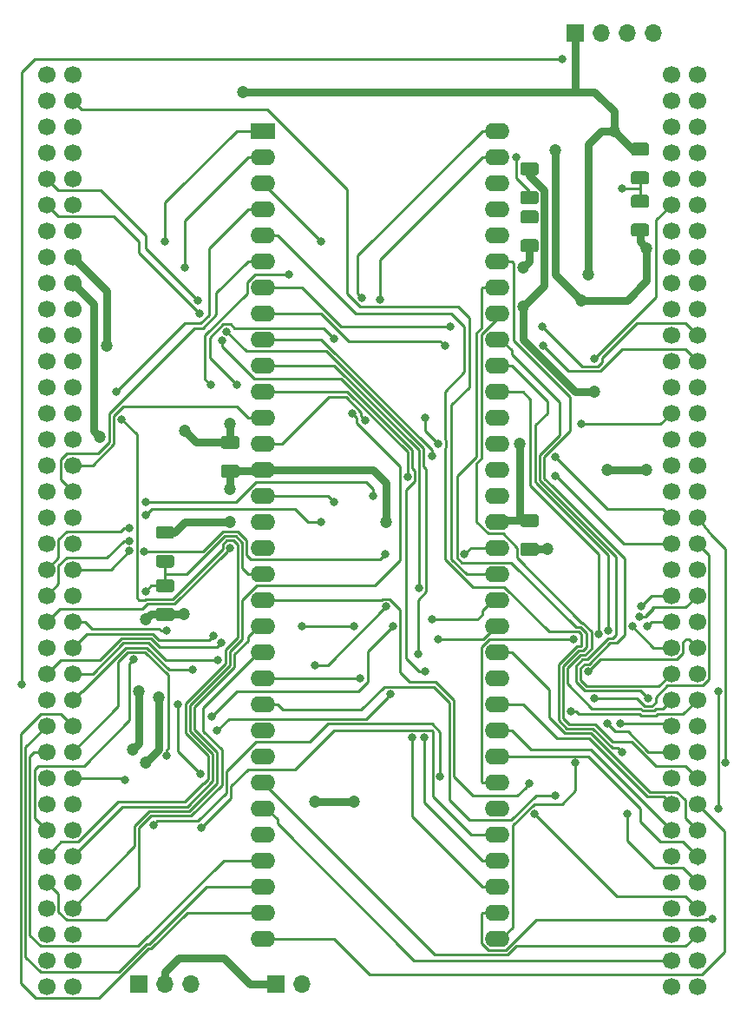
<source format=gbr>
G04 #@! TF.GenerationSoftware,KiCad,Pcbnew,(5.1.5)-2*
G04 #@! TF.CreationDate,2019-12-11T14:46:46+11:00*
G04 #@! TF.ProjectId,M68K-Nucleo,4d36384b-2d4e-4756-936c-656f2e6b6963,rev?*
G04 #@! TF.SameCoordinates,Original*
G04 #@! TF.FileFunction,Copper,L1,Top*
G04 #@! TF.FilePolarity,Positive*
%FSLAX46Y46*%
G04 Gerber Fmt 4.6, Leading zero omitted, Abs format (unit mm)*
G04 Created by KiCad (PCBNEW (5.1.5)-2) date 2019-12-11 14:46:46*
%MOMM*%
%LPD*%
G04 APERTURE LIST*
%ADD10C,0.100000*%
%ADD11O,1.700000X1.700000*%
%ADD12R,1.700000X1.700000*%
%ADD13C,1.700000*%
%ADD14O,2.400000X1.600000*%
%ADD15R,2.400000X1.600000*%
%ADD16C,1.200000*%
%ADD17C,0.800000*%
%ADD18C,0.750000*%
%ADD19C,0.250000*%
G04 APERTURE END LIST*
G04 #@! TA.AperFunction,SMDPad,CuDef*
D10*
G36*
X161304504Y-79516204D02*
G01*
X161328773Y-79519804D01*
X161352571Y-79525765D01*
X161375671Y-79534030D01*
X161397849Y-79544520D01*
X161418893Y-79557133D01*
X161438598Y-79571747D01*
X161456777Y-79588223D01*
X161473253Y-79606402D01*
X161487867Y-79626107D01*
X161500480Y-79647151D01*
X161510970Y-79669329D01*
X161519235Y-79692429D01*
X161525196Y-79716227D01*
X161528796Y-79740496D01*
X161530000Y-79765000D01*
X161530000Y-80515000D01*
X161528796Y-80539504D01*
X161525196Y-80563773D01*
X161519235Y-80587571D01*
X161510970Y-80610671D01*
X161500480Y-80632849D01*
X161487867Y-80653893D01*
X161473253Y-80673598D01*
X161456777Y-80691777D01*
X161438598Y-80708253D01*
X161418893Y-80722867D01*
X161397849Y-80735480D01*
X161375671Y-80745970D01*
X161352571Y-80754235D01*
X161328773Y-80760196D01*
X161304504Y-80763796D01*
X161280000Y-80765000D01*
X160030000Y-80765000D01*
X160005496Y-80763796D01*
X159981227Y-80760196D01*
X159957429Y-80754235D01*
X159934329Y-80745970D01*
X159912151Y-80735480D01*
X159891107Y-80722867D01*
X159871402Y-80708253D01*
X159853223Y-80691777D01*
X159836747Y-80673598D01*
X159822133Y-80653893D01*
X159809520Y-80632849D01*
X159799030Y-80610671D01*
X159790765Y-80587571D01*
X159784804Y-80563773D01*
X159781204Y-80539504D01*
X159780000Y-80515000D01*
X159780000Y-79765000D01*
X159781204Y-79740496D01*
X159784804Y-79716227D01*
X159790765Y-79692429D01*
X159799030Y-79669329D01*
X159809520Y-79647151D01*
X159822133Y-79626107D01*
X159836747Y-79606402D01*
X159853223Y-79588223D01*
X159871402Y-79571747D01*
X159891107Y-79557133D01*
X159912151Y-79544520D01*
X159934329Y-79534030D01*
X159957429Y-79525765D01*
X159981227Y-79519804D01*
X160005496Y-79516204D01*
X160030000Y-79515000D01*
X161280000Y-79515000D01*
X161304504Y-79516204D01*
G37*
G04 #@! TD.AperFunction*
G04 #@! TA.AperFunction,SMDPad,CuDef*
G36*
X161304504Y-76716204D02*
G01*
X161328773Y-76719804D01*
X161352571Y-76725765D01*
X161375671Y-76734030D01*
X161397849Y-76744520D01*
X161418893Y-76757133D01*
X161438598Y-76771747D01*
X161456777Y-76788223D01*
X161473253Y-76806402D01*
X161487867Y-76826107D01*
X161500480Y-76847151D01*
X161510970Y-76869329D01*
X161519235Y-76892429D01*
X161525196Y-76916227D01*
X161528796Y-76940496D01*
X161530000Y-76965000D01*
X161530000Y-77715000D01*
X161528796Y-77739504D01*
X161525196Y-77763773D01*
X161519235Y-77787571D01*
X161510970Y-77810671D01*
X161500480Y-77832849D01*
X161487867Y-77853893D01*
X161473253Y-77873598D01*
X161456777Y-77891777D01*
X161438598Y-77908253D01*
X161418893Y-77922867D01*
X161397849Y-77935480D01*
X161375671Y-77945970D01*
X161352571Y-77954235D01*
X161328773Y-77960196D01*
X161304504Y-77963796D01*
X161280000Y-77965000D01*
X160030000Y-77965000D01*
X160005496Y-77963796D01*
X159981227Y-77960196D01*
X159957429Y-77954235D01*
X159934329Y-77945970D01*
X159912151Y-77935480D01*
X159891107Y-77922867D01*
X159871402Y-77908253D01*
X159853223Y-77891777D01*
X159836747Y-77873598D01*
X159822133Y-77853893D01*
X159809520Y-77832849D01*
X159799030Y-77810671D01*
X159790765Y-77787571D01*
X159784804Y-77763773D01*
X159781204Y-77739504D01*
X159780000Y-77715000D01*
X159780000Y-76965000D01*
X159781204Y-76940496D01*
X159784804Y-76916227D01*
X159790765Y-76892429D01*
X159799030Y-76869329D01*
X159809520Y-76847151D01*
X159822133Y-76826107D01*
X159836747Y-76806402D01*
X159853223Y-76788223D01*
X159871402Y-76771747D01*
X159891107Y-76757133D01*
X159912151Y-76744520D01*
X159934329Y-76734030D01*
X159957429Y-76725765D01*
X159981227Y-76719804D01*
X160005496Y-76716204D01*
X160030000Y-76715000D01*
X161280000Y-76715000D01*
X161304504Y-76716204D01*
G37*
G04 #@! TD.AperFunction*
G04 #@! TA.AperFunction,SMDPad,CuDef*
G36*
X161304504Y-74436204D02*
G01*
X161328773Y-74439804D01*
X161352571Y-74445765D01*
X161375671Y-74454030D01*
X161397849Y-74464520D01*
X161418893Y-74477133D01*
X161438598Y-74491747D01*
X161456777Y-74508223D01*
X161473253Y-74526402D01*
X161487867Y-74546107D01*
X161500480Y-74567151D01*
X161510970Y-74589329D01*
X161519235Y-74612429D01*
X161525196Y-74636227D01*
X161528796Y-74660496D01*
X161530000Y-74685000D01*
X161530000Y-75435000D01*
X161528796Y-75459504D01*
X161525196Y-75483773D01*
X161519235Y-75507571D01*
X161510970Y-75530671D01*
X161500480Y-75552849D01*
X161487867Y-75573893D01*
X161473253Y-75593598D01*
X161456777Y-75611777D01*
X161438598Y-75628253D01*
X161418893Y-75642867D01*
X161397849Y-75655480D01*
X161375671Y-75665970D01*
X161352571Y-75674235D01*
X161328773Y-75680196D01*
X161304504Y-75683796D01*
X161280000Y-75685000D01*
X160030000Y-75685000D01*
X160005496Y-75683796D01*
X159981227Y-75680196D01*
X159957429Y-75674235D01*
X159934329Y-75665970D01*
X159912151Y-75655480D01*
X159891107Y-75642867D01*
X159871402Y-75628253D01*
X159853223Y-75611777D01*
X159836747Y-75593598D01*
X159822133Y-75573893D01*
X159809520Y-75552849D01*
X159799030Y-75530671D01*
X159790765Y-75507571D01*
X159784804Y-75483773D01*
X159781204Y-75459504D01*
X159780000Y-75435000D01*
X159780000Y-74685000D01*
X159781204Y-74660496D01*
X159784804Y-74636227D01*
X159790765Y-74612429D01*
X159799030Y-74589329D01*
X159809520Y-74567151D01*
X159822133Y-74546107D01*
X159836747Y-74526402D01*
X159853223Y-74508223D01*
X159871402Y-74491747D01*
X159891107Y-74477133D01*
X159912151Y-74464520D01*
X159934329Y-74454030D01*
X159957429Y-74445765D01*
X159981227Y-74439804D01*
X160005496Y-74436204D01*
X160030000Y-74435000D01*
X161280000Y-74435000D01*
X161304504Y-74436204D01*
G37*
G04 #@! TD.AperFunction*
G04 #@! TA.AperFunction,SMDPad,CuDef*
G36*
X161304504Y-71636204D02*
G01*
X161328773Y-71639804D01*
X161352571Y-71645765D01*
X161375671Y-71654030D01*
X161397849Y-71664520D01*
X161418893Y-71677133D01*
X161438598Y-71691747D01*
X161456777Y-71708223D01*
X161473253Y-71726402D01*
X161487867Y-71746107D01*
X161500480Y-71767151D01*
X161510970Y-71789329D01*
X161519235Y-71812429D01*
X161525196Y-71836227D01*
X161528796Y-71860496D01*
X161530000Y-71885000D01*
X161530000Y-72635000D01*
X161528796Y-72659504D01*
X161525196Y-72683773D01*
X161519235Y-72707571D01*
X161510970Y-72730671D01*
X161500480Y-72752849D01*
X161487867Y-72773893D01*
X161473253Y-72793598D01*
X161456777Y-72811777D01*
X161438598Y-72828253D01*
X161418893Y-72842867D01*
X161397849Y-72855480D01*
X161375671Y-72865970D01*
X161352571Y-72874235D01*
X161328773Y-72880196D01*
X161304504Y-72883796D01*
X161280000Y-72885000D01*
X160030000Y-72885000D01*
X160005496Y-72883796D01*
X159981227Y-72880196D01*
X159957429Y-72874235D01*
X159934329Y-72865970D01*
X159912151Y-72855480D01*
X159891107Y-72842867D01*
X159871402Y-72828253D01*
X159853223Y-72811777D01*
X159836747Y-72793598D01*
X159822133Y-72773893D01*
X159809520Y-72752849D01*
X159799030Y-72730671D01*
X159790765Y-72707571D01*
X159784804Y-72683773D01*
X159781204Y-72659504D01*
X159780000Y-72635000D01*
X159780000Y-71885000D01*
X159781204Y-71860496D01*
X159784804Y-71836227D01*
X159790765Y-71812429D01*
X159799030Y-71789329D01*
X159809520Y-71767151D01*
X159822133Y-71746107D01*
X159836747Y-71726402D01*
X159853223Y-71708223D01*
X159871402Y-71691747D01*
X159891107Y-71677133D01*
X159912151Y-71664520D01*
X159934329Y-71654030D01*
X159957429Y-71645765D01*
X159981227Y-71639804D01*
X160005496Y-71636204D01*
X160030000Y-71635000D01*
X161280000Y-71635000D01*
X161304504Y-71636204D01*
G37*
G04 #@! TD.AperFunction*
G04 #@! TA.AperFunction,SMDPad,CuDef*
G36*
X150509504Y-81040204D02*
G01*
X150533773Y-81043804D01*
X150557571Y-81049765D01*
X150580671Y-81058030D01*
X150602849Y-81068520D01*
X150623893Y-81081133D01*
X150643598Y-81095747D01*
X150661777Y-81112223D01*
X150678253Y-81130402D01*
X150692867Y-81150107D01*
X150705480Y-81171151D01*
X150715970Y-81193329D01*
X150724235Y-81216429D01*
X150730196Y-81240227D01*
X150733796Y-81264496D01*
X150735000Y-81289000D01*
X150735000Y-82039000D01*
X150733796Y-82063504D01*
X150730196Y-82087773D01*
X150724235Y-82111571D01*
X150715970Y-82134671D01*
X150705480Y-82156849D01*
X150692867Y-82177893D01*
X150678253Y-82197598D01*
X150661777Y-82215777D01*
X150643598Y-82232253D01*
X150623893Y-82246867D01*
X150602849Y-82259480D01*
X150580671Y-82269970D01*
X150557571Y-82278235D01*
X150533773Y-82284196D01*
X150509504Y-82287796D01*
X150485000Y-82289000D01*
X149235000Y-82289000D01*
X149210496Y-82287796D01*
X149186227Y-82284196D01*
X149162429Y-82278235D01*
X149139329Y-82269970D01*
X149117151Y-82259480D01*
X149096107Y-82246867D01*
X149076402Y-82232253D01*
X149058223Y-82215777D01*
X149041747Y-82197598D01*
X149027133Y-82177893D01*
X149014520Y-82156849D01*
X149004030Y-82134671D01*
X148995765Y-82111571D01*
X148989804Y-82087773D01*
X148986204Y-82063504D01*
X148985000Y-82039000D01*
X148985000Y-81289000D01*
X148986204Y-81264496D01*
X148989804Y-81240227D01*
X148995765Y-81216429D01*
X149004030Y-81193329D01*
X149014520Y-81171151D01*
X149027133Y-81150107D01*
X149041747Y-81130402D01*
X149058223Y-81112223D01*
X149076402Y-81095747D01*
X149096107Y-81081133D01*
X149117151Y-81068520D01*
X149139329Y-81058030D01*
X149162429Y-81049765D01*
X149186227Y-81043804D01*
X149210496Y-81040204D01*
X149235000Y-81039000D01*
X150485000Y-81039000D01*
X150509504Y-81040204D01*
G37*
G04 #@! TD.AperFunction*
G04 #@! TA.AperFunction,SMDPad,CuDef*
G36*
X150509504Y-78240204D02*
G01*
X150533773Y-78243804D01*
X150557571Y-78249765D01*
X150580671Y-78258030D01*
X150602849Y-78268520D01*
X150623893Y-78281133D01*
X150643598Y-78295747D01*
X150661777Y-78312223D01*
X150678253Y-78330402D01*
X150692867Y-78350107D01*
X150705480Y-78371151D01*
X150715970Y-78393329D01*
X150724235Y-78416429D01*
X150730196Y-78440227D01*
X150733796Y-78464496D01*
X150735000Y-78489000D01*
X150735000Y-79239000D01*
X150733796Y-79263504D01*
X150730196Y-79287773D01*
X150724235Y-79311571D01*
X150715970Y-79334671D01*
X150705480Y-79356849D01*
X150692867Y-79377893D01*
X150678253Y-79397598D01*
X150661777Y-79415777D01*
X150643598Y-79432253D01*
X150623893Y-79446867D01*
X150602849Y-79459480D01*
X150580671Y-79469970D01*
X150557571Y-79478235D01*
X150533773Y-79484196D01*
X150509504Y-79487796D01*
X150485000Y-79489000D01*
X149235000Y-79489000D01*
X149210496Y-79487796D01*
X149186227Y-79484196D01*
X149162429Y-79478235D01*
X149139329Y-79469970D01*
X149117151Y-79459480D01*
X149096107Y-79446867D01*
X149076402Y-79432253D01*
X149058223Y-79415777D01*
X149041747Y-79397598D01*
X149027133Y-79377893D01*
X149014520Y-79356849D01*
X149004030Y-79334671D01*
X148995765Y-79311571D01*
X148989804Y-79287773D01*
X148986204Y-79263504D01*
X148985000Y-79239000D01*
X148985000Y-78489000D01*
X148986204Y-78464496D01*
X148989804Y-78440227D01*
X148995765Y-78416429D01*
X149004030Y-78393329D01*
X149014520Y-78371151D01*
X149027133Y-78350107D01*
X149041747Y-78330402D01*
X149058223Y-78312223D01*
X149076402Y-78295747D01*
X149096107Y-78281133D01*
X149117151Y-78268520D01*
X149139329Y-78258030D01*
X149162429Y-78249765D01*
X149186227Y-78243804D01*
X149210496Y-78240204D01*
X149235000Y-78239000D01*
X150485000Y-78239000D01*
X150509504Y-78240204D01*
G37*
G04 #@! TD.AperFunction*
G04 #@! TA.AperFunction,SMDPad,CuDef*
G36*
X150509504Y-76341204D02*
G01*
X150533773Y-76344804D01*
X150557571Y-76350765D01*
X150580671Y-76359030D01*
X150602849Y-76369520D01*
X150623893Y-76382133D01*
X150643598Y-76396747D01*
X150661777Y-76413223D01*
X150678253Y-76431402D01*
X150692867Y-76451107D01*
X150705480Y-76472151D01*
X150715970Y-76494329D01*
X150724235Y-76517429D01*
X150730196Y-76541227D01*
X150733796Y-76565496D01*
X150735000Y-76590000D01*
X150735000Y-77340000D01*
X150733796Y-77364504D01*
X150730196Y-77388773D01*
X150724235Y-77412571D01*
X150715970Y-77435671D01*
X150705480Y-77457849D01*
X150692867Y-77478893D01*
X150678253Y-77498598D01*
X150661777Y-77516777D01*
X150643598Y-77533253D01*
X150623893Y-77547867D01*
X150602849Y-77560480D01*
X150580671Y-77570970D01*
X150557571Y-77579235D01*
X150533773Y-77585196D01*
X150509504Y-77588796D01*
X150485000Y-77590000D01*
X149235000Y-77590000D01*
X149210496Y-77588796D01*
X149186227Y-77585196D01*
X149162429Y-77579235D01*
X149139329Y-77570970D01*
X149117151Y-77560480D01*
X149096107Y-77547867D01*
X149076402Y-77533253D01*
X149058223Y-77516777D01*
X149041747Y-77498598D01*
X149027133Y-77478893D01*
X149014520Y-77457849D01*
X149004030Y-77435671D01*
X148995765Y-77412571D01*
X148989804Y-77388773D01*
X148986204Y-77364504D01*
X148985000Y-77340000D01*
X148985000Y-76590000D01*
X148986204Y-76565496D01*
X148989804Y-76541227D01*
X148995765Y-76517429D01*
X149004030Y-76494329D01*
X149014520Y-76472151D01*
X149027133Y-76451107D01*
X149041747Y-76431402D01*
X149058223Y-76413223D01*
X149076402Y-76396747D01*
X149096107Y-76382133D01*
X149117151Y-76369520D01*
X149139329Y-76359030D01*
X149162429Y-76350765D01*
X149186227Y-76344804D01*
X149210496Y-76341204D01*
X149235000Y-76340000D01*
X150485000Y-76340000D01*
X150509504Y-76341204D01*
G37*
G04 #@! TD.AperFunction*
G04 #@! TA.AperFunction,SMDPad,CuDef*
G36*
X150509504Y-73541204D02*
G01*
X150533773Y-73544804D01*
X150557571Y-73550765D01*
X150580671Y-73559030D01*
X150602849Y-73569520D01*
X150623893Y-73582133D01*
X150643598Y-73596747D01*
X150661777Y-73613223D01*
X150678253Y-73631402D01*
X150692867Y-73651107D01*
X150705480Y-73672151D01*
X150715970Y-73694329D01*
X150724235Y-73717429D01*
X150730196Y-73741227D01*
X150733796Y-73765496D01*
X150735000Y-73790000D01*
X150735000Y-74540000D01*
X150733796Y-74564504D01*
X150730196Y-74588773D01*
X150724235Y-74612571D01*
X150715970Y-74635671D01*
X150705480Y-74657849D01*
X150692867Y-74678893D01*
X150678253Y-74698598D01*
X150661777Y-74716777D01*
X150643598Y-74733253D01*
X150623893Y-74747867D01*
X150602849Y-74760480D01*
X150580671Y-74770970D01*
X150557571Y-74779235D01*
X150533773Y-74785196D01*
X150509504Y-74788796D01*
X150485000Y-74790000D01*
X149235000Y-74790000D01*
X149210496Y-74788796D01*
X149186227Y-74785196D01*
X149162429Y-74779235D01*
X149139329Y-74770970D01*
X149117151Y-74760480D01*
X149096107Y-74747867D01*
X149076402Y-74733253D01*
X149058223Y-74716777D01*
X149041747Y-74698598D01*
X149027133Y-74678893D01*
X149014520Y-74657849D01*
X149004030Y-74635671D01*
X148995765Y-74612571D01*
X148989804Y-74588773D01*
X148986204Y-74564504D01*
X148985000Y-74540000D01*
X148985000Y-73790000D01*
X148986204Y-73765496D01*
X148989804Y-73741227D01*
X148995765Y-73717429D01*
X149004030Y-73694329D01*
X149014520Y-73672151D01*
X149027133Y-73651107D01*
X149041747Y-73631402D01*
X149058223Y-73613223D01*
X149076402Y-73596747D01*
X149096107Y-73582133D01*
X149117151Y-73569520D01*
X149139329Y-73559030D01*
X149162429Y-73550765D01*
X149186227Y-73544804D01*
X149210496Y-73541204D01*
X149235000Y-73540000D01*
X150485000Y-73540000D01*
X150509504Y-73541204D01*
G37*
G04 #@! TD.AperFunction*
D11*
X161925000Y-60960000D03*
X159385000Y-60960000D03*
X156845000Y-60960000D03*
D12*
X154305000Y-60960000D03*
D13*
X102730000Y-64960000D03*
X105270000Y-64960000D03*
X102730000Y-67500000D03*
X105270000Y-67500000D03*
X102730000Y-70040000D03*
X105270000Y-70040000D03*
X102730000Y-72580000D03*
X105270000Y-72580000D03*
X102730000Y-75120000D03*
X105270000Y-75120000D03*
X102730000Y-77660000D03*
X105270000Y-77660000D03*
X102730000Y-80200000D03*
X105270000Y-80200000D03*
X102730000Y-82740000D03*
X105270000Y-82740000D03*
X102730000Y-85280000D03*
X105270000Y-85280000D03*
X102730000Y-87820000D03*
X105270000Y-87820000D03*
X102730000Y-90360000D03*
X105270000Y-90360000D03*
X102730000Y-92900000D03*
X105270000Y-92900000D03*
X102730000Y-95440000D03*
X105270000Y-95440000D03*
X102730000Y-97980000D03*
X105270000Y-97980000D03*
X102730000Y-100520000D03*
X105270000Y-100520000D03*
X102730000Y-103060000D03*
X105270000Y-103060000D03*
X102730000Y-105600000D03*
X105270000Y-105600000D03*
X102730000Y-108140000D03*
X105270000Y-108140000D03*
X102730000Y-110680000D03*
X105270000Y-110680000D03*
X102730000Y-113220000D03*
X105270000Y-113220000D03*
X102730000Y-115760000D03*
X105270000Y-115760000D03*
X102730000Y-118300000D03*
X105270000Y-118300000D03*
X102730000Y-120840000D03*
X105270000Y-120840000D03*
X102730000Y-123380000D03*
X105270000Y-123380000D03*
X102730000Y-125920000D03*
X105270000Y-125920000D03*
X102730000Y-128460000D03*
X105270000Y-128460000D03*
X102730000Y-131000000D03*
X105270000Y-131000000D03*
X102730000Y-133540000D03*
X105270000Y-133540000D03*
X102730000Y-136080000D03*
X105270000Y-136080000D03*
X102730000Y-138620000D03*
X105270000Y-138620000D03*
X102730000Y-141160000D03*
X105270000Y-141160000D03*
X102730000Y-143700000D03*
X105270000Y-143700000D03*
X102730000Y-146240000D03*
X105270000Y-146240000D03*
X102730000Y-148780000D03*
X105270000Y-148780000D03*
X102730000Y-151320000D03*
X105270000Y-151320000D03*
X102730000Y-153860000D03*
X105270000Y-153860000D03*
X163690000Y-64960000D03*
X166230000Y-64960000D03*
X163690000Y-67500000D03*
X166230000Y-67500000D03*
X163690000Y-70040000D03*
X166230000Y-70040000D03*
X163690000Y-72580000D03*
X166230000Y-72580000D03*
X163690000Y-75120000D03*
X166230000Y-75120000D03*
X163690000Y-77660000D03*
X166230000Y-77660000D03*
X163690000Y-80200000D03*
X166230000Y-80200000D03*
X163690000Y-82740000D03*
X166230000Y-82740000D03*
X163690000Y-85280000D03*
X166230000Y-85280000D03*
X163690000Y-87820000D03*
X166230000Y-87820000D03*
X163690000Y-90360000D03*
X166230000Y-90360000D03*
X163690000Y-92900000D03*
X166230000Y-92900000D03*
X163690000Y-95440000D03*
X166230000Y-95440000D03*
X163690000Y-97980000D03*
X166230000Y-97980000D03*
X163690000Y-100520000D03*
X166230000Y-100520000D03*
X163690000Y-103060000D03*
X166230000Y-103060000D03*
X163690000Y-105600000D03*
X166230000Y-105600000D03*
X163690000Y-108140000D03*
X166230000Y-108140000D03*
X163690000Y-110680000D03*
X166230000Y-110680000D03*
X163690000Y-113220000D03*
X166230000Y-113220000D03*
X163690000Y-115760000D03*
X166230000Y-115760000D03*
X163690000Y-118300000D03*
X166230000Y-118300000D03*
X163690000Y-120840000D03*
X166230000Y-120840000D03*
X163690000Y-123380000D03*
X166230000Y-123380000D03*
X163690000Y-125920000D03*
X166230000Y-125920000D03*
X163690000Y-128460000D03*
X166230000Y-128460000D03*
X163690000Y-131000000D03*
X166230000Y-131000000D03*
X163690000Y-133540000D03*
X166230000Y-133540000D03*
X163690000Y-136080000D03*
X166230000Y-136080000D03*
X163690000Y-138620000D03*
X166230000Y-138620000D03*
X163690000Y-141160000D03*
X166230000Y-141160000D03*
X163690000Y-143700000D03*
X166230000Y-143700000D03*
X163690000Y-146240000D03*
X166230000Y-146240000D03*
X163690000Y-148780000D03*
X166230000Y-148780000D03*
X163690000Y-151320000D03*
X166230000Y-151320000D03*
X163690000Y-153860000D03*
X166230000Y-153860000D03*
D14*
X146685000Y-70485000D03*
X123825000Y-149225000D03*
X146685000Y-73025000D03*
X123825000Y-146685000D03*
X146685000Y-75565000D03*
X123825000Y-144145000D03*
X146685000Y-78105000D03*
X123825000Y-141605000D03*
X146685000Y-80645000D03*
X123825000Y-139065000D03*
X146685000Y-83185000D03*
X123825000Y-136525000D03*
X146685000Y-85725000D03*
X123825000Y-133985000D03*
X146685000Y-88265000D03*
X123825000Y-131445000D03*
X146685000Y-90805000D03*
X123825000Y-128905000D03*
X146685000Y-93345000D03*
X123825000Y-126365000D03*
X146685000Y-95885000D03*
X123825000Y-123825000D03*
X146685000Y-98425000D03*
X123825000Y-121285000D03*
X146685000Y-100965000D03*
X123825000Y-118745000D03*
X146685000Y-103505000D03*
X123825000Y-116205000D03*
X146685000Y-106045000D03*
X123825000Y-113665000D03*
X146685000Y-108585000D03*
X123825000Y-111125000D03*
X146685000Y-111125000D03*
X123825000Y-108585000D03*
X146685000Y-113665000D03*
X123825000Y-106045000D03*
X146685000Y-116205000D03*
X123825000Y-103505000D03*
X146685000Y-118745000D03*
X123825000Y-100965000D03*
X146685000Y-121285000D03*
X123825000Y-98425000D03*
X146685000Y-123825000D03*
X123825000Y-95885000D03*
X146685000Y-126365000D03*
X123825000Y-93345000D03*
X146685000Y-128905000D03*
X123825000Y-90805000D03*
X146685000Y-131445000D03*
X123825000Y-88265000D03*
X146685000Y-133985000D03*
X123825000Y-85725000D03*
X146685000Y-136525000D03*
X123825000Y-83185000D03*
X146685000Y-139065000D03*
X123825000Y-80645000D03*
X146685000Y-141605000D03*
X123825000Y-78105000D03*
X146685000Y-144145000D03*
X123825000Y-75565000D03*
X146685000Y-146685000D03*
X123825000Y-73025000D03*
X146685000Y-149225000D03*
D15*
X123825000Y-70485000D03*
G04 #@! TA.AperFunction,SMDPad,CuDef*
D10*
G36*
X114949504Y-116981204D02*
G01*
X114973773Y-116984804D01*
X114997571Y-116990765D01*
X115020671Y-116999030D01*
X115042849Y-117009520D01*
X115063893Y-117022133D01*
X115083598Y-117036747D01*
X115101777Y-117053223D01*
X115118253Y-117071402D01*
X115132867Y-117091107D01*
X115145480Y-117112151D01*
X115155970Y-117134329D01*
X115164235Y-117157429D01*
X115170196Y-117181227D01*
X115173796Y-117205496D01*
X115175000Y-117230000D01*
X115175000Y-117980000D01*
X115173796Y-118004504D01*
X115170196Y-118028773D01*
X115164235Y-118052571D01*
X115155970Y-118075671D01*
X115145480Y-118097849D01*
X115132867Y-118118893D01*
X115118253Y-118138598D01*
X115101777Y-118156777D01*
X115083598Y-118173253D01*
X115063893Y-118187867D01*
X115042849Y-118200480D01*
X115020671Y-118210970D01*
X114997571Y-118219235D01*
X114973773Y-118225196D01*
X114949504Y-118228796D01*
X114925000Y-118230000D01*
X113675000Y-118230000D01*
X113650496Y-118228796D01*
X113626227Y-118225196D01*
X113602429Y-118219235D01*
X113579329Y-118210970D01*
X113557151Y-118200480D01*
X113536107Y-118187867D01*
X113516402Y-118173253D01*
X113498223Y-118156777D01*
X113481747Y-118138598D01*
X113467133Y-118118893D01*
X113454520Y-118097849D01*
X113444030Y-118075671D01*
X113435765Y-118052571D01*
X113429804Y-118028773D01*
X113426204Y-118004504D01*
X113425000Y-117980000D01*
X113425000Y-117230000D01*
X113426204Y-117205496D01*
X113429804Y-117181227D01*
X113435765Y-117157429D01*
X113444030Y-117134329D01*
X113454520Y-117112151D01*
X113467133Y-117091107D01*
X113481747Y-117071402D01*
X113498223Y-117053223D01*
X113516402Y-117036747D01*
X113536107Y-117022133D01*
X113557151Y-117009520D01*
X113579329Y-116999030D01*
X113602429Y-116990765D01*
X113626227Y-116984804D01*
X113650496Y-116981204D01*
X113675000Y-116980000D01*
X114925000Y-116980000D01*
X114949504Y-116981204D01*
G37*
G04 #@! TD.AperFunction*
G04 #@! TA.AperFunction,SMDPad,CuDef*
G36*
X114949504Y-114181204D02*
G01*
X114973773Y-114184804D01*
X114997571Y-114190765D01*
X115020671Y-114199030D01*
X115042849Y-114209520D01*
X115063893Y-114222133D01*
X115083598Y-114236747D01*
X115101777Y-114253223D01*
X115118253Y-114271402D01*
X115132867Y-114291107D01*
X115145480Y-114312151D01*
X115155970Y-114334329D01*
X115164235Y-114357429D01*
X115170196Y-114381227D01*
X115173796Y-114405496D01*
X115175000Y-114430000D01*
X115175000Y-115180000D01*
X115173796Y-115204504D01*
X115170196Y-115228773D01*
X115164235Y-115252571D01*
X115155970Y-115275671D01*
X115145480Y-115297849D01*
X115132867Y-115318893D01*
X115118253Y-115338598D01*
X115101777Y-115356777D01*
X115083598Y-115373253D01*
X115063893Y-115387867D01*
X115042849Y-115400480D01*
X115020671Y-115410970D01*
X114997571Y-115419235D01*
X114973773Y-115425196D01*
X114949504Y-115428796D01*
X114925000Y-115430000D01*
X113675000Y-115430000D01*
X113650496Y-115428796D01*
X113626227Y-115425196D01*
X113602429Y-115419235D01*
X113579329Y-115410970D01*
X113557151Y-115400480D01*
X113536107Y-115387867D01*
X113516402Y-115373253D01*
X113498223Y-115356777D01*
X113481747Y-115338598D01*
X113467133Y-115318893D01*
X113454520Y-115297849D01*
X113444030Y-115275671D01*
X113435765Y-115252571D01*
X113429804Y-115228773D01*
X113426204Y-115204504D01*
X113425000Y-115180000D01*
X113425000Y-114430000D01*
X113426204Y-114405496D01*
X113429804Y-114381227D01*
X113435765Y-114357429D01*
X113444030Y-114334329D01*
X113454520Y-114312151D01*
X113467133Y-114291107D01*
X113481747Y-114271402D01*
X113498223Y-114253223D01*
X113516402Y-114236747D01*
X113536107Y-114222133D01*
X113557151Y-114209520D01*
X113579329Y-114199030D01*
X113602429Y-114190765D01*
X113626227Y-114184804D01*
X113650496Y-114181204D01*
X113675000Y-114180000D01*
X114925000Y-114180000D01*
X114949504Y-114181204D01*
G37*
G04 #@! TD.AperFunction*
G04 #@! TA.AperFunction,SMDPad,CuDef*
G36*
X114949504Y-111796204D02*
G01*
X114973773Y-111799804D01*
X114997571Y-111805765D01*
X115020671Y-111814030D01*
X115042849Y-111824520D01*
X115063893Y-111837133D01*
X115083598Y-111851747D01*
X115101777Y-111868223D01*
X115118253Y-111886402D01*
X115132867Y-111906107D01*
X115145480Y-111927151D01*
X115155970Y-111949329D01*
X115164235Y-111972429D01*
X115170196Y-111996227D01*
X115173796Y-112020496D01*
X115175000Y-112045000D01*
X115175000Y-112795000D01*
X115173796Y-112819504D01*
X115170196Y-112843773D01*
X115164235Y-112867571D01*
X115155970Y-112890671D01*
X115145480Y-112912849D01*
X115132867Y-112933893D01*
X115118253Y-112953598D01*
X115101777Y-112971777D01*
X115083598Y-112988253D01*
X115063893Y-113002867D01*
X115042849Y-113015480D01*
X115020671Y-113025970D01*
X114997571Y-113034235D01*
X114973773Y-113040196D01*
X114949504Y-113043796D01*
X114925000Y-113045000D01*
X113675000Y-113045000D01*
X113650496Y-113043796D01*
X113626227Y-113040196D01*
X113602429Y-113034235D01*
X113579329Y-113025970D01*
X113557151Y-113015480D01*
X113536107Y-113002867D01*
X113516402Y-112988253D01*
X113498223Y-112971777D01*
X113481747Y-112953598D01*
X113467133Y-112933893D01*
X113454520Y-112912849D01*
X113444030Y-112890671D01*
X113435765Y-112867571D01*
X113429804Y-112843773D01*
X113426204Y-112819504D01*
X113425000Y-112795000D01*
X113425000Y-112045000D01*
X113426204Y-112020496D01*
X113429804Y-111996227D01*
X113435765Y-111972429D01*
X113444030Y-111949329D01*
X113454520Y-111927151D01*
X113467133Y-111906107D01*
X113481747Y-111886402D01*
X113498223Y-111868223D01*
X113516402Y-111851747D01*
X113536107Y-111837133D01*
X113557151Y-111824520D01*
X113579329Y-111814030D01*
X113602429Y-111805765D01*
X113626227Y-111799804D01*
X113650496Y-111796204D01*
X113675000Y-111795000D01*
X114925000Y-111795000D01*
X114949504Y-111796204D01*
G37*
G04 #@! TD.AperFunction*
G04 #@! TA.AperFunction,SMDPad,CuDef*
G36*
X114949504Y-108996204D02*
G01*
X114973773Y-108999804D01*
X114997571Y-109005765D01*
X115020671Y-109014030D01*
X115042849Y-109024520D01*
X115063893Y-109037133D01*
X115083598Y-109051747D01*
X115101777Y-109068223D01*
X115118253Y-109086402D01*
X115132867Y-109106107D01*
X115145480Y-109127151D01*
X115155970Y-109149329D01*
X115164235Y-109172429D01*
X115170196Y-109196227D01*
X115173796Y-109220496D01*
X115175000Y-109245000D01*
X115175000Y-109995000D01*
X115173796Y-110019504D01*
X115170196Y-110043773D01*
X115164235Y-110067571D01*
X115155970Y-110090671D01*
X115145480Y-110112849D01*
X115132867Y-110133893D01*
X115118253Y-110153598D01*
X115101777Y-110171777D01*
X115083598Y-110188253D01*
X115063893Y-110202867D01*
X115042849Y-110215480D01*
X115020671Y-110225970D01*
X114997571Y-110234235D01*
X114973773Y-110240196D01*
X114949504Y-110243796D01*
X114925000Y-110245000D01*
X113675000Y-110245000D01*
X113650496Y-110243796D01*
X113626227Y-110240196D01*
X113602429Y-110234235D01*
X113579329Y-110225970D01*
X113557151Y-110215480D01*
X113536107Y-110202867D01*
X113516402Y-110188253D01*
X113498223Y-110171777D01*
X113481747Y-110153598D01*
X113467133Y-110133893D01*
X113454520Y-110112849D01*
X113444030Y-110090671D01*
X113435765Y-110067571D01*
X113429804Y-110043773D01*
X113426204Y-110019504D01*
X113425000Y-109995000D01*
X113425000Y-109245000D01*
X113426204Y-109220496D01*
X113429804Y-109196227D01*
X113435765Y-109172429D01*
X113444030Y-109149329D01*
X113454520Y-109127151D01*
X113467133Y-109106107D01*
X113481747Y-109086402D01*
X113498223Y-109068223D01*
X113516402Y-109051747D01*
X113536107Y-109037133D01*
X113557151Y-109024520D01*
X113579329Y-109014030D01*
X113602429Y-109005765D01*
X113626227Y-108999804D01*
X113650496Y-108996204D01*
X113675000Y-108995000D01*
X114925000Y-108995000D01*
X114949504Y-108996204D01*
G37*
G04 #@! TD.AperFunction*
G04 #@! TA.AperFunction,SMDPad,CuDef*
G36*
X150509504Y-110631204D02*
G01*
X150533773Y-110634804D01*
X150557571Y-110640765D01*
X150580671Y-110649030D01*
X150602849Y-110659520D01*
X150623893Y-110672133D01*
X150643598Y-110686747D01*
X150661777Y-110703223D01*
X150678253Y-110721402D01*
X150692867Y-110741107D01*
X150705480Y-110762151D01*
X150715970Y-110784329D01*
X150724235Y-110807429D01*
X150730196Y-110831227D01*
X150733796Y-110855496D01*
X150735000Y-110880000D01*
X150735000Y-111630000D01*
X150733796Y-111654504D01*
X150730196Y-111678773D01*
X150724235Y-111702571D01*
X150715970Y-111725671D01*
X150705480Y-111747849D01*
X150692867Y-111768893D01*
X150678253Y-111788598D01*
X150661777Y-111806777D01*
X150643598Y-111823253D01*
X150623893Y-111837867D01*
X150602849Y-111850480D01*
X150580671Y-111860970D01*
X150557571Y-111869235D01*
X150533773Y-111875196D01*
X150509504Y-111878796D01*
X150485000Y-111880000D01*
X149235000Y-111880000D01*
X149210496Y-111878796D01*
X149186227Y-111875196D01*
X149162429Y-111869235D01*
X149139329Y-111860970D01*
X149117151Y-111850480D01*
X149096107Y-111837867D01*
X149076402Y-111823253D01*
X149058223Y-111806777D01*
X149041747Y-111788598D01*
X149027133Y-111768893D01*
X149014520Y-111747849D01*
X149004030Y-111725671D01*
X148995765Y-111702571D01*
X148989804Y-111678773D01*
X148986204Y-111654504D01*
X148985000Y-111630000D01*
X148985000Y-110880000D01*
X148986204Y-110855496D01*
X148989804Y-110831227D01*
X148995765Y-110807429D01*
X149004030Y-110784329D01*
X149014520Y-110762151D01*
X149027133Y-110741107D01*
X149041747Y-110721402D01*
X149058223Y-110703223D01*
X149076402Y-110686747D01*
X149096107Y-110672133D01*
X149117151Y-110659520D01*
X149139329Y-110649030D01*
X149162429Y-110640765D01*
X149186227Y-110634804D01*
X149210496Y-110631204D01*
X149235000Y-110630000D01*
X150485000Y-110630000D01*
X150509504Y-110631204D01*
G37*
G04 #@! TD.AperFunction*
G04 #@! TA.AperFunction,SMDPad,CuDef*
G36*
X150509504Y-107831204D02*
G01*
X150533773Y-107834804D01*
X150557571Y-107840765D01*
X150580671Y-107849030D01*
X150602849Y-107859520D01*
X150623893Y-107872133D01*
X150643598Y-107886747D01*
X150661777Y-107903223D01*
X150678253Y-107921402D01*
X150692867Y-107941107D01*
X150705480Y-107962151D01*
X150715970Y-107984329D01*
X150724235Y-108007429D01*
X150730196Y-108031227D01*
X150733796Y-108055496D01*
X150735000Y-108080000D01*
X150735000Y-108830000D01*
X150733796Y-108854504D01*
X150730196Y-108878773D01*
X150724235Y-108902571D01*
X150715970Y-108925671D01*
X150705480Y-108947849D01*
X150692867Y-108968893D01*
X150678253Y-108988598D01*
X150661777Y-109006777D01*
X150643598Y-109023253D01*
X150623893Y-109037867D01*
X150602849Y-109050480D01*
X150580671Y-109060970D01*
X150557571Y-109069235D01*
X150533773Y-109075196D01*
X150509504Y-109078796D01*
X150485000Y-109080000D01*
X149235000Y-109080000D01*
X149210496Y-109078796D01*
X149186227Y-109075196D01*
X149162429Y-109069235D01*
X149139329Y-109060970D01*
X149117151Y-109050480D01*
X149096107Y-109037867D01*
X149076402Y-109023253D01*
X149058223Y-109006777D01*
X149041747Y-108988598D01*
X149027133Y-108968893D01*
X149014520Y-108947849D01*
X149004030Y-108925671D01*
X148995765Y-108902571D01*
X148989804Y-108878773D01*
X148986204Y-108854504D01*
X148985000Y-108830000D01*
X148985000Y-108080000D01*
X148986204Y-108055496D01*
X148989804Y-108031227D01*
X148995765Y-108007429D01*
X149004030Y-107984329D01*
X149014520Y-107962151D01*
X149027133Y-107941107D01*
X149041747Y-107921402D01*
X149058223Y-107903223D01*
X149076402Y-107886747D01*
X149096107Y-107872133D01*
X149117151Y-107859520D01*
X149139329Y-107849030D01*
X149162429Y-107840765D01*
X149186227Y-107834804D01*
X149210496Y-107831204D01*
X149235000Y-107830000D01*
X150485000Y-107830000D01*
X150509504Y-107831204D01*
G37*
G04 #@! TD.AperFunction*
G04 #@! TA.AperFunction,SMDPad,CuDef*
G36*
X121299504Y-100211204D02*
G01*
X121323773Y-100214804D01*
X121347571Y-100220765D01*
X121370671Y-100229030D01*
X121392849Y-100239520D01*
X121413893Y-100252133D01*
X121433598Y-100266747D01*
X121451777Y-100283223D01*
X121468253Y-100301402D01*
X121482867Y-100321107D01*
X121495480Y-100342151D01*
X121505970Y-100364329D01*
X121514235Y-100387429D01*
X121520196Y-100411227D01*
X121523796Y-100435496D01*
X121525000Y-100460000D01*
X121525000Y-101210000D01*
X121523796Y-101234504D01*
X121520196Y-101258773D01*
X121514235Y-101282571D01*
X121505970Y-101305671D01*
X121495480Y-101327849D01*
X121482867Y-101348893D01*
X121468253Y-101368598D01*
X121451777Y-101386777D01*
X121433598Y-101403253D01*
X121413893Y-101417867D01*
X121392849Y-101430480D01*
X121370671Y-101440970D01*
X121347571Y-101449235D01*
X121323773Y-101455196D01*
X121299504Y-101458796D01*
X121275000Y-101460000D01*
X120025000Y-101460000D01*
X120000496Y-101458796D01*
X119976227Y-101455196D01*
X119952429Y-101449235D01*
X119929329Y-101440970D01*
X119907151Y-101430480D01*
X119886107Y-101417867D01*
X119866402Y-101403253D01*
X119848223Y-101386777D01*
X119831747Y-101368598D01*
X119817133Y-101348893D01*
X119804520Y-101327849D01*
X119794030Y-101305671D01*
X119785765Y-101282571D01*
X119779804Y-101258773D01*
X119776204Y-101234504D01*
X119775000Y-101210000D01*
X119775000Y-100460000D01*
X119776204Y-100435496D01*
X119779804Y-100411227D01*
X119785765Y-100387429D01*
X119794030Y-100364329D01*
X119804520Y-100342151D01*
X119817133Y-100321107D01*
X119831747Y-100301402D01*
X119848223Y-100283223D01*
X119866402Y-100266747D01*
X119886107Y-100252133D01*
X119907151Y-100239520D01*
X119929329Y-100229030D01*
X119952429Y-100220765D01*
X119976227Y-100214804D01*
X120000496Y-100211204D01*
X120025000Y-100210000D01*
X121275000Y-100210000D01*
X121299504Y-100211204D01*
G37*
G04 #@! TD.AperFunction*
G04 #@! TA.AperFunction,SMDPad,CuDef*
G36*
X121299504Y-103011204D02*
G01*
X121323773Y-103014804D01*
X121347571Y-103020765D01*
X121370671Y-103029030D01*
X121392849Y-103039520D01*
X121413893Y-103052133D01*
X121433598Y-103066747D01*
X121451777Y-103083223D01*
X121468253Y-103101402D01*
X121482867Y-103121107D01*
X121495480Y-103142151D01*
X121505970Y-103164329D01*
X121514235Y-103187429D01*
X121520196Y-103211227D01*
X121523796Y-103235496D01*
X121525000Y-103260000D01*
X121525000Y-104010000D01*
X121523796Y-104034504D01*
X121520196Y-104058773D01*
X121514235Y-104082571D01*
X121505970Y-104105671D01*
X121495480Y-104127849D01*
X121482867Y-104148893D01*
X121468253Y-104168598D01*
X121451777Y-104186777D01*
X121433598Y-104203253D01*
X121413893Y-104217867D01*
X121392849Y-104230480D01*
X121370671Y-104240970D01*
X121347571Y-104249235D01*
X121323773Y-104255196D01*
X121299504Y-104258796D01*
X121275000Y-104260000D01*
X120025000Y-104260000D01*
X120000496Y-104258796D01*
X119976227Y-104255196D01*
X119952429Y-104249235D01*
X119929329Y-104240970D01*
X119907151Y-104230480D01*
X119886107Y-104217867D01*
X119866402Y-104203253D01*
X119848223Y-104186777D01*
X119831747Y-104168598D01*
X119817133Y-104148893D01*
X119804520Y-104127849D01*
X119794030Y-104105671D01*
X119785765Y-104082571D01*
X119779804Y-104058773D01*
X119776204Y-104034504D01*
X119775000Y-104010000D01*
X119775000Y-103260000D01*
X119776204Y-103235496D01*
X119779804Y-103211227D01*
X119785765Y-103187429D01*
X119794030Y-103164329D01*
X119804520Y-103142151D01*
X119817133Y-103121107D01*
X119831747Y-103101402D01*
X119848223Y-103083223D01*
X119866402Y-103066747D01*
X119886107Y-103052133D01*
X119907151Y-103039520D01*
X119929329Y-103029030D01*
X119952429Y-103020765D01*
X119976227Y-103014804D01*
X120000496Y-103011204D01*
X120025000Y-103010000D01*
X121275000Y-103010000D01*
X121299504Y-103011204D01*
G37*
G04 #@! TD.AperFunction*
D11*
X127635000Y-153670000D03*
D12*
X125095000Y-153670000D03*
D11*
X116840000Y-153670000D03*
X114300000Y-153670000D03*
D12*
X111760000Y-153670000D03*
D16*
X158115000Y-70485000D03*
X121920000Y-66675000D03*
X112395000Y-132080000D03*
X113665000Y-125730000D03*
X108585000Y-91440000D03*
X155575000Y-84455000D03*
X107950000Y-100330000D03*
X111125000Y-130810000D03*
X111760000Y-125095000D03*
X148934990Y-100965000D03*
X149225000Y-87630000D03*
X120650000Y-105410000D03*
X135890000Y-108585000D03*
X120594592Y-108574966D03*
X156210000Y-95885000D03*
D17*
X121285000Y-95250000D03*
X133500155Y-86754835D03*
X130810000Y-90714990D03*
X116949322Y-123000034D03*
X135262141Y-86904990D03*
X132565596Y-98036556D03*
X115570000Y-126365000D03*
X117755229Y-133135275D03*
X114467138Y-119212864D03*
X160749802Y-116807099D03*
X128905000Y-122555000D03*
X135890000Y-116840000D03*
X161461577Y-125820651D03*
X132715000Y-118745000D03*
X127635000Y-118745000D03*
X155575000Y-123190000D03*
X158750000Y-128270000D03*
X157574979Y-119179742D03*
X152400000Y-135255000D03*
X168275000Y-125095000D03*
X168275000Y-136525000D03*
X157480000Y-128270000D03*
X156643455Y-119543455D03*
X133350000Y-123825000D03*
X161339985Y-118769742D03*
D16*
X151635000Y-111255000D03*
X116205000Y-99695000D03*
X154940000Y-86995000D03*
X152400000Y-72390000D03*
X161290000Y-81915000D03*
X116105066Y-117536772D03*
X120650000Y-99060000D03*
X157480000Y-103505000D03*
X161290000Y-103505000D03*
X128905000Y-135890000D03*
X132715000Y-135890000D03*
X112395000Y-118110000D03*
X149225000Y-83820000D03*
D17*
X112395000Y-107950000D03*
X129540000Y-108585000D03*
X110830010Y-110419977D03*
X150373365Y-137038365D03*
X149860000Y-134075010D03*
X112395000Y-106680000D03*
X110830010Y-109220000D03*
X134620000Y-106045000D03*
X111231698Y-122010067D03*
X112394222Y-115374996D03*
X143510000Y-111760000D03*
X135799990Y-111760000D03*
X110830010Y-111419990D03*
X112280022Y-111443732D03*
X130810000Y-106680000D03*
X154940000Y-99060000D03*
X136525000Y-118745000D03*
X140335000Y-118110000D03*
X118854081Y-127549349D03*
X119380000Y-128905000D03*
X140970000Y-120015000D03*
X136329840Y-125369999D03*
X156210000Y-92710000D03*
X133849206Y-98683756D03*
X153864968Y-127035872D03*
X152400000Y-104140000D03*
X137950021Y-104230010D03*
X139065000Y-115025010D03*
X159889974Y-118799686D03*
X152400000Y-102235000D03*
X140335000Y-102144990D03*
X141605000Y-91440000D03*
X151184437Y-91385563D03*
X160605667Y-117796669D03*
X154160153Y-120014999D03*
X151130000Y-89535000D03*
X142149990Y-89535000D03*
X110366989Y-133713459D03*
X113150555Y-138150032D03*
X141150012Y-133378127D03*
X117815010Y-138439370D03*
X114471267Y-131358250D03*
X158900155Y-131050165D03*
X159385000Y-137069990D03*
X139700000Y-123190000D03*
X117694427Y-88287431D03*
X119892660Y-90927340D03*
X139598249Y-129630010D03*
X110079547Y-98599757D03*
X109560010Y-95885000D03*
X117475000Y-86995000D03*
X138974990Y-121452345D03*
X120324701Y-90025474D03*
X138430000Y-129630010D03*
X118745000Y-95250000D03*
X126365000Y-84455000D03*
X129540000Y-81280000D03*
X119034668Y-119702140D03*
X169000010Y-132080000D03*
X167730010Y-147320000D03*
X116205000Y-83820000D03*
X119747096Y-120403902D03*
X154305000Y-132080000D03*
X156210000Y-125762021D03*
X114300000Y-81280000D03*
X119455215Y-122039520D03*
X120650000Y-111125000D03*
X139700000Y-98425000D03*
X140970000Y-100965000D03*
X100330000Y-124460000D03*
X153035000Y-63500000D03*
X148590000Y-73025000D03*
X158922241Y-76082701D03*
D18*
X112395000Y-132080000D02*
X113665000Y-130810000D01*
X113665000Y-130810000D02*
X113665000Y-125730000D01*
X108585000Y-86055000D02*
X105270000Y-82740000D01*
X108585000Y-91440000D02*
X108585000Y-86055000D01*
X154305000Y-60960000D02*
X154305000Y-66675000D01*
X158115000Y-70485000D02*
X158115000Y-68580000D01*
X156210000Y-66675000D02*
X154305000Y-66675000D01*
X158115000Y-68580000D02*
X156210000Y-66675000D01*
X155575000Y-84455000D02*
X155575000Y-71755000D01*
X155575000Y-71755000D02*
X156845000Y-70485000D01*
X156845000Y-70485000D02*
X158115000Y-70485000D01*
X154305000Y-66675000D02*
X121920000Y-66675000D01*
X159890000Y-72260000D02*
X158115000Y-70485000D01*
X160655000Y-72260000D02*
X159890000Y-72260000D01*
X125095000Y-153670000D02*
X122555000Y-153670000D01*
X114300000Y-152467919D02*
X115637919Y-151130000D01*
X114300000Y-153670000D02*
X114300000Y-152467919D01*
X115637919Y-151130000D02*
X120015000Y-151130000D01*
X120015000Y-151130000D02*
X122555000Y-153670000D01*
X105270000Y-85280000D02*
X107315000Y-87325000D01*
X107315000Y-87325000D02*
X107315000Y-99695000D01*
X107315000Y-99695000D02*
X107950000Y-100330000D01*
X111760000Y-130175000D02*
X111760000Y-125095000D01*
X111125000Y-130810000D02*
X111760000Y-130175000D01*
X123695000Y-103635000D02*
X123825000Y-103505000D01*
X120650000Y-103635000D02*
X123695000Y-103635000D01*
X146815000Y-108455000D02*
X146685000Y-108585000D01*
X149860000Y-108455000D02*
X146815000Y-108455000D01*
X149860000Y-108455000D02*
X148985000Y-108455000D01*
X154305000Y-95885000D02*
X149225000Y-90805000D01*
X149225000Y-90805000D02*
X149225000Y-87630000D01*
X120650000Y-105410000D02*
X120650000Y-103635000D01*
X135890000Y-108585000D02*
X135890000Y-104775000D01*
X134620000Y-103505000D02*
X123825000Y-103505000D01*
X135890000Y-104775000D02*
X134620000Y-103505000D01*
X116220034Y-108574966D02*
X120594592Y-108574966D01*
X114300000Y-109620000D02*
X115175000Y-109620000D01*
X115175000Y-109620000D02*
X116220034Y-108574966D01*
X148934990Y-108404990D02*
X148985000Y-108455000D01*
X148934990Y-100965000D02*
X148934990Y-108404990D01*
X154305000Y-95885000D02*
X156210000Y-95885000D01*
X151310010Y-76240010D02*
X151310010Y-85544990D01*
X149860000Y-74165000D02*
X149860000Y-74790000D01*
X151310010Y-85544990D02*
X149225000Y-87630000D01*
X149860000Y-74790000D02*
X151310010Y-76240010D01*
D19*
X146685000Y-70485000D02*
X145235000Y-70485000D01*
X133100156Y-86354836D02*
X133500155Y-86754835D01*
X133100156Y-82619844D02*
X133100156Y-86354836D01*
X145235000Y-70485000D02*
X133100156Y-82619844D01*
X129775000Y-89679990D02*
X130810000Y-90714990D01*
X120672703Y-89300472D02*
X121052221Y-89679990D01*
X121052221Y-89679990D02*
X129775000Y-89679990D01*
X119976699Y-89300472D02*
X120672703Y-89300472D01*
X121285000Y-95250000D02*
X118654999Y-92619999D01*
X118654999Y-90622172D02*
X119976699Y-89300472D01*
X118654999Y-92619999D02*
X118654999Y-90622172D01*
X105270000Y-125920000D02*
X106119999Y-125070001D01*
X106119999Y-125070001D02*
X106195614Y-125070001D01*
X106195614Y-125070001D02*
X110430569Y-120835046D01*
X112518356Y-120835046D02*
X114683344Y-123000034D01*
X116383637Y-123000034D02*
X116949322Y-123000034D01*
X110430569Y-120835046D02*
X112518356Y-120835046D01*
X114683344Y-123000034D02*
X116383637Y-123000034D01*
X168910000Y-138760000D02*
X166230000Y-136080000D01*
X130810000Y-149225000D02*
X134269999Y-152684999D01*
X123825000Y-149225000D02*
X130810000Y-149225000D01*
X134269999Y-152684999D02*
X166720001Y-152684999D01*
X166720001Y-152684999D02*
X168910000Y-150495000D01*
X168910000Y-150495000D02*
X168910000Y-138760000D01*
X135262141Y-82997859D02*
X135262141Y-86904990D01*
X146685000Y-73025000D02*
X145235000Y-73025000D01*
X145235000Y-73025000D02*
X135262141Y-82997859D01*
X116745012Y-126459136D02*
X116745012Y-129005597D01*
X132565596Y-98036556D02*
X132965595Y-98436555D01*
X121825013Y-116213983D02*
X121825013Y-120035399D01*
X118930250Y-131190835D02*
X118930250Y-133864505D01*
X110089989Y-136340011D02*
X105270000Y-141160000D01*
X120630227Y-122573921D02*
X116745012Y-126459136D01*
X120630227Y-121230185D02*
X120630227Y-122573921D01*
X121825013Y-120035399D02*
X120630227Y-121230185D01*
X116745012Y-129005597D02*
X118930250Y-131190835D01*
X123248986Y-114790010D02*
X121825013Y-116213983D01*
X134764990Y-114790010D02*
X123248986Y-114790010D01*
X137225011Y-112329989D02*
X134764990Y-114790010D01*
X137225011Y-103215046D02*
X137225011Y-112329989D01*
X132965595Y-98436555D02*
X132965595Y-98955630D01*
X132965595Y-98955630D02*
X137225011Y-103215046D01*
X116454744Y-136340011D02*
X110089989Y-136340011D01*
X118930250Y-133864505D02*
X116454744Y-136340011D01*
X101695001Y-155035001D02*
X100204966Y-153544966D01*
X104094999Y-127284999D02*
X105270000Y-128460000D01*
X100204966Y-153544966D02*
X100204966Y-129246032D01*
X116459998Y-146685000D02*
X112935001Y-150209997D01*
X102165999Y-127284999D02*
X104094999Y-127284999D01*
X123825000Y-146685000D02*
X116459998Y-146685000D01*
X100204966Y-129246032D02*
X102165999Y-127284999D01*
X101695001Y-155035001D02*
X107854999Y-155035001D01*
X112680003Y-150209997D02*
X112935001Y-150209997D01*
X107854999Y-155035001D02*
X112680003Y-150209997D01*
X118363586Y-144145000D02*
X122375000Y-144145000D01*
X112493603Y-149759986D02*
X112748600Y-149759986D01*
X122375000Y-144145000D02*
X123825000Y-144145000D01*
X109758589Y-152495001D02*
X112493603Y-149759986D01*
X102730000Y-128460000D02*
X100654977Y-130535023D01*
X100654977Y-150983979D02*
X102165999Y-152495001D01*
X112748600Y-149759986D02*
X118363586Y-144145000D01*
X102165999Y-152495001D02*
X109758589Y-152495001D01*
X100654977Y-130535023D02*
X100654977Y-150983979D01*
X101104988Y-131422931D02*
X101104988Y-148893990D01*
X102730000Y-131000000D02*
X101527919Y-131000000D01*
X101527919Y-131000000D02*
X101104988Y-131422931D01*
X120012178Y-141605000D02*
X122375000Y-141605000D01*
X111662177Y-149955001D02*
X120012178Y-141605000D01*
X102165999Y-149955001D02*
X111662177Y-149955001D01*
X101104988Y-148893990D02*
X102165999Y-149955001D01*
X122375000Y-141605000D02*
X123825000Y-141605000D01*
X115570000Y-126365000D02*
X115570000Y-130950046D01*
X115570000Y-130950046D02*
X117755229Y-133135275D01*
X106472081Y-118300000D02*
X107207083Y-119035002D01*
X113901453Y-119212864D02*
X114467138Y-119212864D01*
X105270000Y-118300000D02*
X106472081Y-118300000D01*
X107207083Y-119035002D02*
X113723591Y-119035002D01*
X113723591Y-119035002D02*
X113901453Y-119212864D01*
X155448000Y-124587000D02*
X162483000Y-124587000D01*
X154849999Y-122841999D02*
X154849999Y-123988999D01*
X155226999Y-122464999D02*
X154849999Y-122841999D01*
X155663590Y-122464999D02*
X155226999Y-122464999D01*
X158375011Y-120389989D02*
X157738600Y-120389989D01*
X159164964Y-119600036D02*
X158375011Y-120389989D01*
X159164964Y-112174964D02*
X159164964Y-119600036D01*
X152029965Y-105039965D02*
X159164964Y-112174964D01*
X152028554Y-105039965D02*
X152029965Y-105039965D01*
X151314989Y-104326400D02*
X152028554Y-105039965D01*
X151314989Y-102247009D02*
X151314989Y-104326400D01*
X153854991Y-99707007D02*
X151314989Y-102247009D01*
X148299998Y-90869962D02*
X153854991Y-96424955D01*
X148135000Y-83185000D02*
X148299998Y-83349998D01*
X146685000Y-83185000D02*
X148135000Y-83185000D01*
X154849999Y-123988999D02*
X155448000Y-124587000D01*
X157738600Y-120389989D02*
X155663590Y-122464999D01*
X148299998Y-83349998D02*
X148299998Y-90869962D01*
X162483000Y-124587000D02*
X163690000Y-123380000D01*
X153854991Y-96424955D02*
X153854991Y-99707007D01*
X148145000Y-151320000D02*
X138620000Y-151320000D01*
X138620000Y-151320000D02*
X125275000Y-137975000D01*
X125275000Y-137575000D02*
X124225000Y-136525000D01*
X124225000Y-136525000D02*
X123825000Y-136525000D01*
X125275000Y-137975000D02*
X125275000Y-137575000D01*
X163690000Y-151320000D02*
X148145000Y-151320000D01*
X148145000Y-151320000D02*
X147853826Y-151320000D01*
X145235000Y-85725000D02*
X146685000Y-85725000D01*
X153139958Y-127737138D02*
X153139958Y-122642807D01*
X153139958Y-122642807D02*
X154667799Y-121114966D01*
X153703388Y-128300568D02*
X153139958Y-127737138D01*
X156244802Y-128300569D02*
X153703388Y-128300568D01*
X154667799Y-121114966D02*
X155104391Y-121114966D01*
X165054999Y-132364999D02*
X162208589Y-132364999D01*
X145159990Y-89702596D02*
X145159990Y-85800010D01*
X155104391Y-121114966D02*
X155468442Y-120750915D01*
X162208589Y-132364999D02*
X159833599Y-129990009D01*
X166230000Y-133540000D02*
X165054999Y-132364999D01*
X159833599Y-129990009D02*
X157934240Y-129990009D01*
X142784998Y-112108002D02*
X142784998Y-104141177D01*
X157934240Y-129990009D02*
X156244802Y-128300569D01*
X155468442Y-120750915D02*
X155468442Y-119469029D01*
X155468442Y-119469029D02*
X154839401Y-118839988D01*
X154839401Y-118839988D02*
X154402810Y-118839988D01*
X154402810Y-118839988D02*
X148102812Y-112539990D01*
X148102812Y-112539990D02*
X143216986Y-112539990D01*
X143216986Y-112539990D02*
X142784998Y-112108002D01*
X142784998Y-104141177D02*
X144709979Y-102216196D01*
X144709979Y-102216196D02*
X144709979Y-90152606D01*
X145159990Y-85800010D02*
X145235000Y-85725000D01*
X144709979Y-90152606D02*
X145159990Y-89702596D01*
X165054999Y-149955001D02*
X166230000Y-148780000D01*
X145632605Y-150800019D02*
X147737394Y-150800020D01*
X147737394Y-150800020D02*
X148582414Y-149955001D01*
X148582414Y-149955001D02*
X165054999Y-149955001D01*
X145632605Y-150800019D02*
X140640019Y-150800019D01*
X140640019Y-150800019D02*
X123825000Y-133985000D01*
X146685000Y-88813996D02*
X146685000Y-88265000D01*
X155290791Y-121564977D02*
X155918453Y-120937315D01*
X154854199Y-121564977D02*
X155290791Y-121564977D01*
X153589969Y-122829207D02*
X154854199Y-121564977D01*
X154957896Y-118389977D02*
X148659990Y-112092071D01*
X155975767Y-126769999D02*
X153589969Y-124384201D01*
X145819006Y-109710010D02*
X144709979Y-108600983D01*
X162840001Y-126769999D02*
X162221644Y-126769999D01*
X153589969Y-124384201D02*
X153589969Y-122829207D01*
X163690000Y-125920000D02*
X162840001Y-126769999D01*
X145159990Y-102402596D02*
X145159990Y-90339006D01*
X160927175Y-126995664D02*
X160701510Y-126769999D01*
X144709979Y-102852606D02*
X145159990Y-102402596D01*
X160701510Y-126769999D02*
X155975767Y-126769999D01*
X144709979Y-108600983D02*
X144709979Y-102852606D01*
X162221644Y-126769999D02*
X161995979Y-126995664D01*
X161995979Y-126995664D02*
X160927175Y-126995664D01*
X155918453Y-120937315D02*
X155918453Y-119282629D01*
X155918453Y-119282629D02*
X155025801Y-118389977D01*
X155025801Y-118389977D02*
X154957896Y-118389977D01*
X148659990Y-112092071D02*
X148659990Y-111108986D01*
X148659990Y-111108986D02*
X147261014Y-109710010D01*
X147261014Y-109710010D02*
X145819006Y-109710010D01*
X145159990Y-90339006D02*
X146685000Y-88813996D01*
X161796901Y-115760000D02*
X160749802Y-116807099D01*
X163690000Y-115760000D02*
X161796901Y-115760000D01*
X160777911Y-116807099D02*
X160749802Y-116807099D01*
X161145009Y-116440001D02*
X160777911Y-116807099D01*
X128905000Y-122555000D02*
X130175000Y-122555000D01*
X130175000Y-122555000D02*
X135890000Y-116840000D01*
X148135000Y-92255000D02*
X152769978Y-96889978D01*
X146685000Y-90805000D02*
X147085000Y-90805000D01*
X147085000Y-90805000D02*
X148135000Y-91855000D01*
X148135000Y-91855000D02*
X148135000Y-92255000D01*
X152769978Y-96889978D02*
X152769978Y-100155609D01*
X152769978Y-100155609D02*
X150864978Y-102060609D01*
X150864978Y-102060609D02*
X150864978Y-104512800D01*
X158299989Y-111947811D02*
X158299989Y-119566403D01*
X155040599Y-122014988D02*
X154399988Y-122655599D01*
X160677937Y-125037011D02*
X161061578Y-125420652D01*
X157926414Y-119939978D02*
X157552200Y-119939978D01*
X155261600Y-125037011D02*
X160677937Y-125037011D01*
X154399988Y-124175399D02*
X155261600Y-125037011D01*
X155477190Y-122014988D02*
X155040599Y-122014988D01*
X161061578Y-125420652D02*
X161461577Y-125820651D01*
X154399988Y-122655599D02*
X154399988Y-124175399D01*
X157552200Y-119939978D02*
X155477190Y-122014988D01*
X158299989Y-119566403D02*
X157926414Y-119939978D01*
X150864978Y-104512800D02*
X158299989Y-111947811D01*
X132715000Y-118745000D02*
X127635000Y-118745000D01*
X156749999Y-122015001D02*
X155575000Y-123190000D01*
X166230000Y-120840000D02*
X165380001Y-119990001D01*
X164254001Y-122015001D02*
X156749999Y-122015001D01*
X165150999Y-119990001D02*
X164865001Y-120275999D01*
X165380001Y-119990001D02*
X165150999Y-119990001D01*
X164865001Y-121404001D02*
X164254001Y-122015001D01*
X164865001Y-120275999D02*
X164865001Y-121404001D01*
X163500000Y-128270000D02*
X163690000Y-128460000D01*
X158750000Y-128270000D02*
X163500000Y-128270000D01*
X150414967Y-99141443D02*
X150414967Y-104699200D01*
X151580009Y-97976401D02*
X150414967Y-99141443D01*
X151580009Y-96790009D02*
X151580009Y-97976401D01*
X148135000Y-93345000D02*
X151580009Y-96790009D01*
X146685000Y-93345000D02*
X148135000Y-93345000D01*
X157574979Y-118614057D02*
X157574979Y-119179742D01*
X157574979Y-111859211D02*
X157574979Y-118614057D01*
X150495000Y-104779232D02*
X157574979Y-111859211D01*
X168275000Y-125095000D02*
X168275000Y-136525000D01*
X150495000Y-135255000D02*
X152400000Y-135255000D01*
X148099990Y-137650010D02*
X150495000Y-135255000D01*
X142055011Y-135702189D02*
X144002832Y-137650010D01*
X144002832Y-137650010D02*
X148099990Y-137650010D01*
X135705011Y-124644989D02*
X140521400Y-124644989D01*
X125275000Y-126365000D02*
X125815013Y-126905013D01*
X140521400Y-124644989D02*
X142055011Y-126178600D01*
X133444987Y-126905013D02*
X135705011Y-124644989D01*
X142055011Y-126178600D02*
X142055011Y-135702189D01*
X125815013Y-126905013D02*
X133444987Y-126905013D01*
X123825000Y-126365000D02*
X125275000Y-126365000D01*
X161480000Y-131000000D02*
X159505224Y-129025224D01*
X163690000Y-131000000D02*
X161480000Y-131000000D01*
X149225000Y-95885000D02*
X149964956Y-96624956D01*
X156643455Y-118977770D02*
X156643455Y-119543455D01*
X149964956Y-96624956D02*
X149964956Y-105033956D01*
X156643455Y-111712455D02*
X156643455Y-118977770D01*
X149964956Y-105033956D02*
X156643455Y-111712455D01*
X146685000Y-95885000D02*
X149225000Y-95885000D01*
X158235224Y-129025224D02*
X157480000Y-128270000D01*
X159505224Y-129025224D02*
X158235224Y-129025224D01*
X123825000Y-123825000D02*
X133350000Y-123825000D01*
X163690000Y-118300000D02*
X161809727Y-118300000D01*
X161809727Y-118300000D02*
X161339985Y-118769742D01*
D18*
X149860000Y-111255000D02*
X151635000Y-111255000D01*
X116036838Y-117605000D02*
X116105066Y-117536772D01*
X114300000Y-117605000D02*
X116036838Y-117605000D01*
X117345000Y-100835000D02*
X116205000Y-99695000D01*
X120650000Y-100835000D02*
X117345000Y-100835000D01*
X120650000Y-100835000D02*
X120650000Y-99060000D01*
X157480000Y-103505000D02*
X161290000Y-103505000D01*
X128905000Y-135890000D02*
X132715000Y-135890000D01*
X112900000Y-117605000D02*
X112395000Y-118110000D01*
X114300000Y-117605000D02*
X112900000Y-117605000D01*
X154940000Y-86995000D02*
X159385000Y-86995000D01*
X161290000Y-85090000D02*
X161290000Y-81915000D01*
X159385000Y-86995000D02*
X161290000Y-85090000D01*
X152400000Y-84455000D02*
X154940000Y-86995000D01*
X152400000Y-72390000D02*
X152400000Y-84455000D01*
X149860000Y-82160000D02*
X149860000Y-83185000D01*
X149860000Y-83185000D02*
X149225000Y-83820000D01*
X160655000Y-81280000D02*
X161290000Y-81915000D01*
X160655000Y-80140000D02*
X160655000Y-81280000D01*
D19*
X112952787Y-137240033D02*
X111760000Y-138432820D01*
X123825000Y-121285000D02*
X123425000Y-121285000D01*
X103905001Y-144875001D02*
X102730000Y-143700000D01*
X111760000Y-144145000D02*
X108489999Y-147415001D01*
X118019999Y-126690001D02*
X118019999Y-129007762D01*
X108489999Y-147415001D02*
X104705999Y-147415001D01*
X103905001Y-146614003D02*
X103905001Y-144875001D01*
X118019999Y-129007762D02*
X119830272Y-130818035D01*
X111760000Y-138432820D02*
X111760000Y-144145000D01*
X119830272Y-130818035D02*
X119830272Y-134237305D01*
X116827544Y-137240033D02*
X112952787Y-137240033D01*
X123425000Y-121285000D02*
X118019999Y-126690001D01*
X119830272Y-134237305D02*
X116827544Y-137240033D01*
X104705999Y-147415001D02*
X103905001Y-146614003D01*
X122375000Y-120195000D02*
X121080238Y-121489762D01*
X121080238Y-122760321D02*
X117195023Y-126645536D01*
X117195023Y-126645536D02*
X117195023Y-128819197D01*
X111309991Y-140200009D02*
X105270000Y-146240000D01*
X112766388Y-136790022D02*
X111309991Y-138246419D01*
X119380261Y-131004435D02*
X119380261Y-134050905D01*
X121080238Y-121489762D02*
X121080238Y-122760321D01*
X111309991Y-138246419D02*
X111309991Y-140200009D01*
X117195023Y-128819197D02*
X119380261Y-131004435D01*
X123825000Y-118745000D02*
X123425000Y-118745000D01*
X123425000Y-118745000D02*
X122375000Y-119795000D01*
X119380261Y-134050905D02*
X116641144Y-136790022D01*
X116641144Y-136790022D02*
X112766388Y-136790022D01*
X122375000Y-119795000D02*
X122375000Y-120195000D01*
X112395000Y-107950000D02*
X113030000Y-107315000D01*
X113030000Y-107315000D02*
X127000000Y-107315000D01*
X129540000Y-108585000D02*
X128270000Y-108585000D01*
X127000000Y-107315000D02*
X128270000Y-108585000D01*
X108639303Y-112044999D02*
X110264325Y-110419977D01*
X103905001Y-112845997D02*
X104705999Y-112044999D01*
X110264325Y-110419977D02*
X110830010Y-110419977D01*
X104705999Y-112044999D02*
X108639303Y-112044999D01*
X103905001Y-114584999D02*
X103905001Y-112845997D01*
X102730000Y-115760000D02*
X103905001Y-114584999D01*
X158399999Y-145064999D02*
X150373365Y-137038365D01*
X166230000Y-146240000D02*
X165054999Y-145064999D01*
X165054999Y-145064999D02*
X158399999Y-145064999D01*
X136238002Y-116114998D02*
X137250002Y-117126998D01*
X137250002Y-123278591D02*
X138166389Y-124194978D01*
X123825000Y-116205000D02*
X135451996Y-116205000D01*
X142505022Y-133435022D02*
X144325000Y-135255000D01*
X149460001Y-134475009D02*
X149860000Y-134075010D01*
X135541998Y-116114998D02*
X136238002Y-116114998D01*
X137250002Y-117126998D02*
X137250002Y-123278591D01*
X135451996Y-116205000D02*
X135541998Y-116114998D01*
X140707800Y-124194978D02*
X142505022Y-125992200D01*
X138166389Y-124194978D02*
X140707800Y-124194978D01*
X142505022Y-125992200D02*
X142505022Y-133435022D01*
X144325000Y-135255000D02*
X148680010Y-135255000D01*
X148680010Y-135255000D02*
X149460001Y-134475009D01*
X104705999Y-109504999D02*
X109979326Y-109504999D01*
X103905001Y-112044999D02*
X103905001Y-110305997D01*
X110264325Y-109220000D02*
X110830010Y-109220000D01*
X102730000Y-113220000D02*
X103905001Y-112044999D01*
X109979326Y-109504999D02*
X110264325Y-109220000D01*
X103905001Y-110305997D02*
X104705999Y-109504999D01*
X112395000Y-106680000D02*
X121198996Y-106680000D01*
X121198996Y-106680000D02*
X123177207Y-104701789D01*
X134620000Y-106045000D02*
X134620000Y-105410000D01*
X133911789Y-104701789D02*
X123177207Y-104701789D01*
X134620000Y-105410000D02*
X133911789Y-104701789D01*
X114300000Y-112420000D02*
X114300000Y-113665000D01*
X114300000Y-113665000D02*
X114300000Y-114805000D01*
X121825013Y-113115013D02*
X121825013Y-110590598D01*
X123825000Y-113665000D02*
X122375000Y-113665000D01*
X122375000Y-113665000D02*
X121825013Y-113115013D01*
X116400585Y-113665000D02*
X114300000Y-113665000D01*
X121184402Y-109949987D02*
X120115598Y-109949987D01*
X120115598Y-109949987D02*
X116400585Y-113665000D01*
X121825013Y-110590598D02*
X121184402Y-109949987D01*
X110831699Y-127928301D02*
X110831699Y-122410066D01*
X102730000Y-138620000D02*
X101554999Y-137444999D01*
X101950001Y-132364999D02*
X106395001Y-132364999D01*
X101554999Y-137444999D02*
X101554999Y-132760001D01*
X101554999Y-132760001D02*
X101950001Y-132364999D01*
X110831699Y-122410066D02*
X111231698Y-122010067D01*
X114300000Y-114805000D02*
X112964218Y-114805000D01*
X112964218Y-114805000D02*
X112394222Y-115374996D01*
X106395001Y-132364999D02*
X110831699Y-127928301D01*
X144145000Y-111125000D02*
X143510000Y-111760000D01*
X146685000Y-111125000D02*
X144145000Y-111125000D01*
X109030000Y-113220000D02*
X110830010Y-111419990D01*
X105270000Y-113220000D02*
X109030000Y-113220000D01*
X122275024Y-111845802D02*
X122275024Y-110404198D01*
X135309980Y-112250010D02*
X122679232Y-112250010D01*
X122679232Y-112250010D02*
X122275024Y-111845802D01*
X122275024Y-110404198D02*
X121370802Y-109499976D01*
X135799990Y-111760000D02*
X135309980Y-112250010D01*
X117985442Y-111443732D02*
X112280022Y-111443732D01*
X119929198Y-109499976D02*
X117985442Y-111443732D01*
X121370802Y-109499976D02*
X119929198Y-109499976D01*
X142875000Y-87630000D02*
X142240000Y-87630000D01*
X133350000Y-87630000D02*
X142875000Y-87630000D01*
X105270000Y-67500000D02*
X106119999Y-68349999D01*
X106119999Y-68349999D02*
X113994005Y-68349999D01*
X132080000Y-86360000D02*
X133350000Y-87630000D01*
X132080000Y-76154998D02*
X132080000Y-86360000D01*
X124275001Y-68349999D02*
X132080000Y-76154998D01*
X113994005Y-68349999D02*
X124275001Y-68349999D01*
X143960011Y-88715011D02*
X142875000Y-87630000D01*
X143705585Y-113665000D02*
X142240000Y-112199415D01*
X142240000Y-112199415D02*
X142240000Y-97155000D01*
X142240000Y-97155000D02*
X143960011Y-95434989D01*
X146685000Y-113665000D02*
X143705585Y-113665000D01*
X143960011Y-95434989D02*
X143960011Y-88715011D01*
X163690000Y-97980000D02*
X162610000Y-99060000D01*
X162610000Y-99060000D02*
X154940000Y-99060000D01*
X130175000Y-106045000D02*
X130810000Y-106680000D01*
X123825000Y-106045000D02*
X130175000Y-106045000D01*
X146285000Y-116205000D02*
X146685000Y-116205000D01*
X145235000Y-117255000D02*
X146285000Y-116205000D01*
X145235000Y-117655000D02*
X145235000Y-117255000D01*
X144780000Y-118110000D02*
X145235000Y-117655000D01*
X140335000Y-118110000D02*
X144780000Y-118110000D01*
X134075002Y-121194998D02*
X134075002Y-124173002D01*
X134075002Y-124173002D02*
X133153004Y-125095000D01*
X121308430Y-125095000D02*
X118854081Y-127549349D01*
X133153004Y-125095000D02*
X121308430Y-125095000D01*
X136525000Y-118745000D02*
X134075002Y-121194998D01*
X146597586Y-118745000D02*
X146685000Y-118745000D01*
X145327586Y-120015000D02*
X146597586Y-118745000D01*
X140970000Y-120015000D02*
X145327586Y-120015000D01*
X120505010Y-127779990D02*
X133919849Y-127779990D01*
X135929841Y-125769998D02*
X136329840Y-125369999D01*
X119380000Y-128905000D02*
X120505010Y-127779990D01*
X133919849Y-127779990D02*
X135929841Y-125769998D01*
X162215002Y-79134998D02*
X162215002Y-86704998D01*
X162215002Y-86704998D02*
X156210000Y-92710000D01*
X163690000Y-77660000D02*
X162215002Y-79134998D01*
X133449207Y-97894847D02*
X133449207Y-98283757D01*
X131932412Y-96378052D02*
X133449207Y-97894847D01*
X133449207Y-98283757D02*
X133849206Y-98683756D01*
X130316948Y-96378052D02*
X131932412Y-96378052D01*
X125730000Y-100965000D02*
X130316948Y-96378052D01*
X123825000Y-100965000D02*
X125730000Y-100965000D01*
X147085000Y-121285000D02*
X146685000Y-121285000D01*
X155872001Y-129200590D02*
X153330589Y-129200590D01*
X161576410Y-134904999D02*
X155872001Y-129200590D01*
X148135000Y-121285000D02*
X146685000Y-121285000D01*
X151765000Y-124915000D02*
X148135000Y-121285000D01*
X165054999Y-135705997D02*
X164254001Y-134904999D01*
X164254001Y-134904999D02*
X161576410Y-134904999D01*
X153330589Y-129200590D02*
X151765000Y-127635000D01*
X166230000Y-138620000D02*
X165054999Y-137444999D01*
X151765000Y-127635000D02*
X151765000Y-124915000D01*
X165054999Y-137444999D02*
X165054999Y-135705997D01*
X105270000Y-103060000D02*
X107225415Y-103060000D01*
X121325000Y-97375000D02*
X122375000Y-98425000D01*
X107225415Y-103060000D02*
X109325013Y-100960402D01*
X110231300Y-97375000D02*
X121325000Y-97375000D01*
X122375000Y-98425000D02*
X123825000Y-98425000D01*
X109325013Y-98281287D02*
X110231300Y-97375000D01*
X109325013Y-100960402D02*
X109325013Y-98281287D01*
X164865001Y-127284999D02*
X162343055Y-127284999D01*
X166230000Y-125920000D02*
X164865001Y-127284999D01*
X162182379Y-127445675D02*
X160740775Y-127445675D01*
X154679780Y-127284999D02*
X154430653Y-127035872D01*
X160740775Y-127445675D02*
X160580099Y-127284999D01*
X162343055Y-127284999D02*
X162182379Y-127445675D01*
X154430653Y-127035872D02*
X153864968Y-127035872D01*
X160580099Y-127284999D02*
X154679780Y-127284999D01*
X163690000Y-110680000D02*
X159044648Y-110680000D01*
X159044648Y-110680000D02*
X152504648Y-104140000D01*
X137950021Y-101759251D02*
X137950021Y-104230010D01*
X123825000Y-95885000D02*
X132075770Y-95885000D01*
X132075770Y-95885000D02*
X137950021Y-101759251D01*
X162965009Y-135355009D02*
X163690000Y-136080000D01*
X161390007Y-135355009D02*
X162965009Y-135355009D01*
X155685602Y-129650601D02*
X161390007Y-135355009D01*
X155685602Y-129650601D02*
X152510601Y-129650601D01*
X149225000Y-126365000D02*
X147955000Y-126365000D01*
X152510601Y-129650601D02*
X149225000Y-126365000D01*
X148135000Y-126365000D02*
X147955000Y-126365000D01*
X147955000Y-126365000D02*
X146685000Y-126365000D01*
X139065000Y-101600000D02*
X139065000Y-103384725D01*
X139065000Y-114459325D02*
X139065000Y-115025010D01*
X139125033Y-103444758D02*
X139125033Y-114399292D01*
X139065000Y-103384725D02*
X139125033Y-103444758D01*
X130810000Y-93345000D02*
X139065000Y-101600000D01*
X123825000Y-93345000D02*
X130810000Y-93345000D01*
X139125033Y-114399292D02*
X139065000Y-114459325D01*
X161930288Y-120840000D02*
X159889974Y-118799686D01*
X163690000Y-120840000D02*
X161930288Y-120840000D01*
X147085000Y-128905000D02*
X146685000Y-128905000D01*
X148135000Y-128905000D02*
X150040000Y-130810000D01*
X146685000Y-128905000D02*
X148135000Y-128905000D01*
X155880000Y-130810000D02*
X163690000Y-138620000D01*
X150040000Y-130810000D02*
X155880000Y-130810000D01*
X163690000Y-108140000D02*
X162840001Y-107290001D01*
X162840001Y-107290001D02*
X157455001Y-107290001D01*
X157455001Y-107290001D02*
X152400000Y-102235000D01*
X123825000Y-90805000D02*
X129560695Y-90805000D01*
X129560695Y-90805000D02*
X140335000Y-101579305D01*
X140335000Y-101579305D02*
X140335000Y-102144990D01*
X147085000Y-131445000D02*
X146685000Y-131445000D01*
X166230000Y-141160000D02*
X166230000Y-141960998D01*
X166230000Y-141160000D02*
X165054999Y-139984999D01*
X164865001Y-139795001D02*
X166230000Y-141160000D01*
X146685000Y-131445000D02*
X155575000Y-131445000D01*
X155575000Y-131445000D02*
X160655000Y-136525000D01*
X160655000Y-136525000D02*
X160655000Y-137795000D01*
X160655000Y-137795000D02*
X162655001Y-139795001D01*
X162655001Y-139795001D02*
X164865001Y-139795001D01*
X153683887Y-93885013D02*
X151184437Y-91385563D01*
X165054999Y-91724999D02*
X158904416Y-91724999D01*
X158904416Y-91724999D02*
X156744402Y-93885013D01*
X156744402Y-93885013D02*
X153683887Y-93885013D01*
X166230000Y-92900000D02*
X165054999Y-91724999D01*
X141154991Y-90989991D02*
X132263581Y-90989991D01*
X132263581Y-90989991D02*
X129538590Y-88265000D01*
X129538590Y-88265000D02*
X123825000Y-88265000D01*
X141605000Y-91440000D02*
X141154991Y-90989991D01*
X166230000Y-115760000D02*
X165054999Y-116935001D01*
X165054999Y-116935001D02*
X161920009Y-116935001D01*
X161920009Y-116935001D02*
X161145009Y-117710001D01*
X161920009Y-116935001D02*
X161920009Y-117048012D01*
X161171352Y-117796669D02*
X160605667Y-117796669D01*
X161920009Y-117048012D02*
X161171352Y-117796669D01*
X145963997Y-120014999D02*
X154160153Y-120014999D01*
X145159990Y-120819006D02*
X145963997Y-120014999D01*
X145235000Y-133985000D02*
X145159990Y-133909990D01*
X145159990Y-133909990D02*
X145159990Y-120819006D01*
X146685000Y-133985000D02*
X145235000Y-133985000D01*
X142149990Y-89535000D02*
X131445000Y-89535000D01*
X127635000Y-85725000D02*
X123825000Y-85725000D01*
X131445000Y-89535000D02*
X127635000Y-85725000D01*
X166230000Y-90360000D02*
X165054999Y-89184999D01*
X165054999Y-89184999D02*
X160371412Y-89184999D01*
X155030002Y-93435002D02*
X151130000Y-89535000D01*
X156935002Y-93058002D02*
X156558002Y-93435002D01*
X156558002Y-93435002D02*
X155030002Y-93435002D01*
X156935002Y-92621409D02*
X156935002Y-93058002D01*
X160371412Y-89184999D02*
X156935002Y-92621409D01*
X110193530Y-133540000D02*
X110366989Y-133713459D01*
X105270000Y-133540000D02*
X110193530Y-133540000D01*
X141150012Y-129083602D02*
X140336410Y-128270000D01*
X130172181Y-128270000D02*
X128412171Y-130030010D01*
X140336410Y-128270000D02*
X130172181Y-128270000D01*
X128412171Y-130030010D02*
X123143638Y-130030010D01*
X120280283Y-132893364D02*
X120280283Y-134991128D01*
X120280283Y-134991128D02*
X117521378Y-137750033D01*
X123143638Y-130030010D02*
X120280283Y-132893364D01*
X141150012Y-133378127D02*
X141150012Y-129083602D01*
X117521378Y-137750033D02*
X113550554Y-137750033D01*
X113550554Y-137750033D02*
X113150555Y-138150032D01*
X123425000Y-83185000D02*
X123825000Y-83185000D01*
X122375000Y-83185000D02*
X123825000Y-83185000D01*
X108875002Y-100774002D02*
X108875002Y-97990573D01*
X107764005Y-101884999D02*
X108875002Y-100774002D01*
X105270000Y-105600000D02*
X104094999Y-104424999D01*
X104094999Y-104424999D02*
X104094999Y-102495999D01*
X104705999Y-101884999D02*
X107764005Y-101884999D01*
X119285013Y-88358576D02*
X119285013Y-86274987D01*
X108875002Y-97990573D02*
X117185397Y-89680178D01*
X119285013Y-86274987D02*
X122375000Y-83185000D01*
X104094999Y-102495999D02*
X104705999Y-101884999D01*
X117963411Y-89680178D02*
X119285013Y-88358576D01*
X117185397Y-89680178D02*
X117963411Y-89680178D01*
X120730294Y-134349765D02*
X120730294Y-135524086D01*
X127000000Y-132715000D02*
X122365059Y-132715000D01*
X130810000Y-128905000D02*
X127000000Y-132715000D01*
X144145000Y-139065000D02*
X140425002Y-135345002D01*
X120730294Y-135524086D02*
X117815010Y-138439370D01*
X146685000Y-139065000D02*
X144145000Y-139065000D01*
X140425002Y-135345002D02*
X140425002Y-128995002D01*
X140335000Y-128905000D02*
X130810000Y-128905000D01*
X122365059Y-132715000D02*
X120730294Y-134349765D01*
X140425002Y-128995002D02*
X140335000Y-128905000D01*
X114471267Y-130792565D02*
X114471267Y-131358250D01*
X114590002Y-130673830D02*
X114471267Y-130792565D01*
X112331956Y-121285057D02*
X114590002Y-123543103D01*
X110616968Y-121285057D02*
X112331956Y-121285057D01*
X114590002Y-123543103D02*
X114590002Y-130673830D01*
X109688252Y-122213773D02*
X110616968Y-121285057D01*
X109688252Y-126581748D02*
X109688252Y-122213773D01*
X105270000Y-131000000D02*
X109688252Y-126581748D01*
X125350010Y-80720010D02*
X125275000Y-80645000D01*
X125275000Y-80645000D02*
X123825000Y-80645000D01*
X131539987Y-86909987D02*
X125275000Y-80645000D01*
X132895000Y-88265000D02*
X131539987Y-86909987D01*
X154653001Y-119289999D02*
X151761003Y-119289999D01*
X152689947Y-127923538D02*
X152689947Y-122456407D01*
X154481399Y-120664955D02*
X154917991Y-120664955D01*
X158500156Y-130650166D02*
X157957988Y-130650166D01*
X158900155Y-131050165D02*
X158500156Y-130650166D01*
X156058401Y-128750579D02*
X153516989Y-128750579D01*
X154917991Y-120664955D02*
X154917991Y-119554989D01*
X154917991Y-119554989D02*
X154653001Y-119289999D01*
X141605000Y-100526996D02*
X141605000Y-95885000D01*
X152689947Y-122456407D02*
X154481399Y-120664955D01*
X157957988Y-130650166D02*
X156058401Y-128750579D01*
X153516989Y-128750579D02*
X152689947Y-127923538D01*
X151761003Y-119289999D02*
X147406004Y-114935000D01*
X147406004Y-114935000D02*
X144339174Y-114935000D01*
X144339174Y-114935000D02*
X141605000Y-112200826D01*
X141695002Y-101313002D02*
X141695002Y-100616998D01*
X141695002Y-100616998D02*
X141605000Y-100526996D01*
X141605000Y-101403004D02*
X141695002Y-101313002D01*
X141605000Y-95885000D02*
X143510000Y-93980000D01*
X143510000Y-93980000D02*
X143510000Y-89535000D01*
X141605000Y-112200826D02*
X141605000Y-101403004D01*
X143510000Y-89535000D02*
X142240000Y-88265000D01*
X142240000Y-88265000D02*
X132895000Y-88265000D01*
X159385000Y-137635675D02*
X159385000Y-137069990D01*
X164865001Y-142335001D02*
X162020001Y-142335001D01*
X166230000Y-143700000D02*
X164865001Y-142335001D01*
X162020001Y-142335001D02*
X159385000Y-139700000D01*
X159385000Y-139700000D02*
X159385000Y-137635675D01*
X103905001Y-78835001D02*
X109315001Y-78835001D01*
X102730000Y-77660000D02*
X103905001Y-78835001D01*
X111760000Y-82353004D02*
X117694427Y-88287431D01*
X111760000Y-81280000D02*
X111760000Y-82353004D01*
X109315001Y-78835001D02*
X111760000Y-81280000D01*
X138426580Y-101599400D02*
X131442180Y-94615000D01*
X131442180Y-94615000D02*
X123014635Y-94615000D01*
X137795000Y-105458035D02*
X138675023Y-104578012D01*
X138675023Y-104578012D02*
X138675022Y-103631158D01*
X139065000Y-123190000D02*
X137795000Y-121920000D01*
X123014635Y-94615000D02*
X119892660Y-91493025D01*
X138426580Y-103382716D02*
X138426580Y-101599400D01*
X119892660Y-91493025D02*
X119892660Y-90927340D01*
X138675022Y-103631158D02*
X138426580Y-103382716D01*
X137795000Y-121920000D02*
X137795000Y-105458035D01*
X139700000Y-123190000D02*
X139065000Y-123190000D01*
X146685000Y-141605000D02*
X145235000Y-141605000D01*
X145235000Y-141605000D02*
X139598249Y-135968249D01*
X139598249Y-135968249D02*
X139598249Y-130195695D01*
X139598249Y-130195695D02*
X139598249Y-129630010D01*
X117777011Y-89230167D02*
X116214843Y-89230167D01*
X118560009Y-81919991D02*
X118560009Y-88447169D01*
X118560009Y-88447169D02*
X117777011Y-89230167D01*
X116214843Y-89230167D02*
X109560010Y-95885000D01*
X123825000Y-78105000D02*
X122375000Y-78105000D01*
X122375000Y-78105000D02*
X118560009Y-81919991D01*
X112294606Y-116204979D02*
X112399598Y-116099987D01*
X115038603Y-116099987D02*
X119924998Y-111213592D01*
X111555011Y-116000011D02*
X111759979Y-116204979D01*
X119924998Y-111213592D02*
X119924998Y-110776998D01*
X116295001Y-126272736D02*
X116295001Y-129191997D01*
X120180216Y-121043785D02*
X120180216Y-122387521D01*
X116295001Y-129191997D02*
X118480239Y-131377235D01*
X121375002Y-119848999D02*
X120180216Y-121043785D01*
X118039895Y-134055105D02*
X116205000Y-135890000D01*
X120301998Y-110399998D02*
X120998002Y-110399998D01*
X104094999Y-139795001D02*
X103579999Y-140310001D01*
X118480239Y-133678105D02*
X118103239Y-134055105D01*
X120180216Y-122387521D02*
X116295001Y-126272736D01*
X118480239Y-131377235D02*
X118480239Y-133678105D01*
X116205000Y-135890000D02*
X109739002Y-135890000D01*
X120998002Y-110399998D02*
X121375002Y-110776998D01*
X110079547Y-98599757D02*
X111555011Y-100075221D01*
X119924998Y-110776998D02*
X120301998Y-110399998D01*
X112399598Y-116099987D02*
X115038603Y-116099987D01*
X111759979Y-116204979D02*
X112294606Y-116204979D01*
X118103239Y-134055105D02*
X118039895Y-134055105D01*
X121375002Y-110776998D02*
X121375002Y-119848999D01*
X109739002Y-135890000D02*
X105834001Y-139795001D01*
X103579999Y-140310001D02*
X102730000Y-141160000D01*
X111555011Y-100075221D02*
X111555011Y-116000011D01*
X105834001Y-139795001D02*
X104094999Y-139795001D01*
X122229237Y-91930010D02*
X120324701Y-90025474D01*
X129393600Y-91930010D02*
X122229237Y-91930010D01*
X112395000Y-80645000D02*
X112395000Y-81915000D01*
X112395000Y-81915000D02*
X117475000Y-86995000D01*
X103905001Y-76295001D02*
X108045001Y-76295001D01*
X108045001Y-76295001D02*
X112395000Y-80645000D01*
X102730000Y-75120000D02*
X103905001Y-76295001D01*
X139515011Y-101413600D02*
X130031421Y-91930010D01*
X139790001Y-115373011D02*
X139790001Y-103473315D01*
X130031421Y-91930010D02*
X129395010Y-91930010D01*
X138974990Y-116188022D02*
X139790001Y-115373011D01*
X139515011Y-103198325D02*
X139515011Y-101413600D01*
X138974990Y-121452345D02*
X138974990Y-116188022D01*
X139790001Y-103473315D02*
X139515011Y-103198325D01*
X145235000Y-144145000D02*
X138430000Y-137340000D01*
X138430000Y-137340000D02*
X138430000Y-130195695D01*
X138430000Y-130195695D02*
X138430000Y-129630010D01*
X146685000Y-144145000D02*
X145235000Y-144145000D01*
X129540000Y-81280000D02*
X123825000Y-75565000D01*
X122299990Y-85259006D02*
X123103996Y-84455000D01*
X123103996Y-84455000D02*
X126365000Y-84455000D01*
X122299990Y-86340770D02*
X122299990Y-85259006D01*
X118204988Y-94709988D02*
X118204988Y-90435772D01*
X118745000Y-95250000D02*
X118204988Y-94709988D01*
X118204988Y-90435772D02*
X122299990Y-86340770D01*
X113077557Y-119485013D02*
X113694683Y-120102139D01*
X113694683Y-120102139D02*
X118634669Y-120102139D01*
X118634669Y-120102139D02*
X119034668Y-119702140D01*
X106624987Y-119485013D02*
X113077557Y-119485013D01*
X105270000Y-120840000D02*
X106624987Y-119485013D01*
X166230000Y-108140000D02*
X167640000Y-109855000D01*
X169000010Y-111215010D02*
X169000010Y-132080000D01*
X167640000Y-109855000D02*
X169000010Y-111215010D01*
X145159990Y-146760010D02*
X145159990Y-149690994D01*
X146685000Y-146685000D02*
X145235000Y-146685000D01*
X147550994Y-150350010D02*
X150486003Y-147415001D01*
X145235000Y-146685000D02*
X145159990Y-146760010D01*
X150486003Y-147415001D02*
X167000009Y-147415001D01*
X145159990Y-149690994D02*
X145819006Y-150350010D01*
X145819006Y-150350010D02*
X147550994Y-150350010D01*
X167095010Y-147320000D02*
X167730010Y-147320000D01*
X167000009Y-147415001D02*
X167095010Y-147320000D01*
X122375000Y-73025000D02*
X123825000Y-73025000D01*
X116205000Y-83820000D02*
X116205000Y-79195000D01*
X116205000Y-79195000D02*
X122375000Y-73025000D01*
X107967834Y-122024958D02*
X110057768Y-119935024D01*
X110057768Y-119935024D02*
X112891157Y-119935024D01*
X112891157Y-119935024D02*
X113760034Y-120803901D01*
X119347097Y-120803901D02*
X119747096Y-120403902D01*
X102730000Y-123380000D02*
X104085042Y-122024958D01*
X113760034Y-120803901D02*
X119347097Y-120803901D01*
X104085042Y-122024958D02*
X107967834Y-122024958D01*
X148210010Y-138176400D02*
X150311419Y-136074991D01*
X147085000Y-149225000D02*
X148210010Y-148099990D01*
X150311419Y-136074991D02*
X153025374Y-136074991D01*
X146685000Y-149225000D02*
X147085000Y-149225000D01*
X148210010Y-148099990D02*
X148210010Y-138176400D01*
X162186579Y-125661745D02*
X162186579Y-126168653D01*
X167405001Y-111855001D02*
X167405001Y-123944001D01*
X166794001Y-124555001D02*
X163293323Y-124555001D01*
X166230000Y-110680000D02*
X167405001Y-111855001D01*
X161809579Y-126545653D02*
X161113575Y-126545653D01*
X160329943Y-125762021D02*
X156210000Y-125762021D01*
X167405001Y-123944001D02*
X166794001Y-124555001D01*
X161113575Y-126545653D02*
X160329943Y-125762021D01*
X162186579Y-126168653D02*
X161809579Y-126545653D01*
X163293323Y-124555001D02*
X162186579Y-125661745D01*
X154305000Y-134795365D02*
X153025374Y-136074991D01*
X154305000Y-132080000D02*
X154305000Y-134795365D01*
X121285000Y-70485000D02*
X123825000Y-70485000D01*
X115479990Y-76290010D02*
X121285000Y-70485000D01*
X114300000Y-81280000D02*
X114300000Y-77470000D01*
X114300000Y-77470000D02*
X115570000Y-76200000D01*
X105270000Y-123380000D02*
X107249203Y-123380000D01*
X107249203Y-123380000D02*
X110244168Y-120385035D01*
X112704756Y-120385035D02*
X114359241Y-122039520D01*
X114359241Y-122039520D02*
X118889530Y-122039520D01*
X118889530Y-122039520D02*
X119455215Y-122039520D01*
X110244168Y-120385035D02*
X112704756Y-120385035D01*
X146685000Y-100965000D02*
X146685000Y-101513996D01*
X139700000Y-99695000D02*
X140970000Y-100965000D01*
X139700000Y-98425000D02*
X139700000Y-99695000D01*
X112104998Y-117030998D02*
X112585998Y-116549998D01*
X112585998Y-116549998D02*
X115225002Y-116549998D01*
X102730000Y-118300000D02*
X103999002Y-117030998D01*
X115225002Y-116549998D02*
X120250001Y-111524999D01*
X120250001Y-111524999D02*
X120650000Y-111125000D01*
X103999002Y-117030998D02*
X112104998Y-117030998D01*
X100330000Y-64770000D02*
X100330000Y-124460000D01*
X153035000Y-63500000D02*
X101600000Y-63500000D01*
X101600000Y-63500000D02*
X100330000Y-64770000D01*
X149860000Y-76340000D02*
X148590000Y-75070000D01*
X149860000Y-76965000D02*
X149860000Y-76340000D01*
X148590000Y-75070000D02*
X148590000Y-73621810D01*
X148590000Y-73621810D02*
X148590000Y-73025000D01*
X160655000Y-77340000D02*
X160655000Y-76715000D01*
X160537701Y-76082701D02*
X160655000Y-76200000D01*
X158922241Y-76082701D02*
X160537701Y-76082701D01*
X160655000Y-75060000D02*
X160655000Y-76200000D01*
X160655000Y-76200000D02*
X160655000Y-77340000D01*
M02*

</source>
